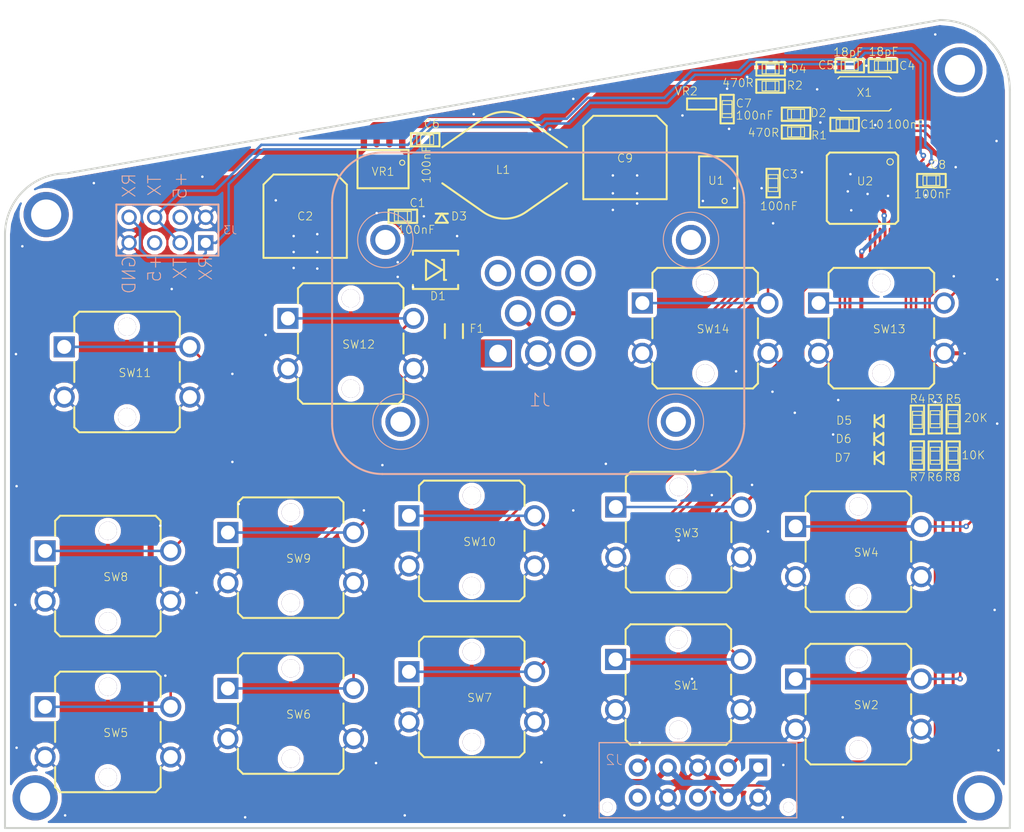
<source format=kicad_pcb>
(kicad_pcb (version 4) (host pcbnew "(2016-07-28 BZR 6996, Git e15ad93)-product")
  (title_block (title "Usewood Left Keypad") (date 2016-07-17) (company "Usevolt Oy"))
  (layers (0 F.Cu signal) (31 B.Cu signal) (34 B.Paste user hide) (35 F.Paste user hide) (36 B.SilkS user) (37 F.SilkS user) (38 B.Mask user hide) (39 F.Mask user hide) (44 Edge.Cuts user))
  (net 0 "")
  (net 1 GND)
  (net 2 +5V)
  (net 3 +3V3)
  (net 4 "Net-(D5-PadP$1)")
  (net 5 "Net-(D6-PadP$1)")
  (net 6 "Net-(D7-PadP$1)")
  (net 7 "Net-(F1-PadP$1)")
  (net 8 /TXD)
  (net 9 /RXD)
  (net 10 "Net-(J2-PadP$2)")
  (net 11 "Net-(J2-PadP$5)")
  (net 12 "Net-(J2-PadP$8)")
  (net 13 "Net-(D2-Pad2)")
  (net 14 "Net-(D4-Pad2)")
  (net 15 /SW9)
  (net 16 /SW10)
  (net 17 /SW12)
  (net 18 /SW13)
  (net 19 /SW14)
  (net 20 /SW1)
  (net 21 /SW2)
  (net 22 /SW3)
  (net 23 /SW4)
  (net 24 /SW5)
  (net 25 /SW6)
  (net 26 /SW7)
  (net 27 /SW8)
  (net 28 "Net-(C1-Pad1)")
  (net 29 "Net-(C6-Pad2)")
  (net 30 "Net-(U1-PadP$1)")
  (net 31 "Net-(U1-PadP$4)")
  (net 32 /SW11)
  (net 33 /CANH)
  (net 34 /CANL)
  (net 35 "Net-(C4-Pad2)")
  (net 36 "Net-(C5-Pad2)")
  (net 37 "Net-(C6-Pad1)")
  (net 38 "Net-(R1-Pad2)")
  (module kemet:0603 (layer F.Cu) (at 85.09 85.09)
    (fp_text reference C1 (at 1.4605 -1.3335) (layer F.SilkS) (effects (font (size 0.8128 0.8128) (thickness 0.0762))))
    (fp_text value 100nF (at 1.3335 1.3335) (layer F.SilkS) (effects (font (size 0.8128 0.8128) (thickness 0.0762))))
    (pad 1 smd rect (at -0.8382 0) (size 0.762 0.9398) (layers F.Cu F.Paste F.Mask) (net 28 "Net-(C1-Pad1)"))
    (pad 2 smd rect (at 0.8382 0) (size 0.762 0.9398) (layers F.Cu F.Paste F.Mask) (net 1 GND))
  )
  (module usevolt:CAP_EEE-FK1H470P (layer F.Cu) (at 75.3745 85.08238 180)
    (fp_text reference C2 (at 0 -0.00762 180) (layer F.SilkS) (effects (font (size 0.8128 0.8128) (thickness 0.0762))))
    (fp_text value CAP_EEE-FK1H470P hide)
    (pad - smd rect (at 0 -3.54838 180) (size 0.99822 3.99796) (layers F.Cu F.Paste F.Mask) (net 1 GND))
    (pad + smd rect (at 0 3.54838 180) (size 0.99822 3.99796) (layers F.Cu F.Paste F.Mask) (net 28 "Net-(C1-Pad1)"))
  )
  (module kemet:0603 (layer F.Cu) (at 121.92 81.788 270)
    (fp_text reference C3 (at -0.889 -1.651) (layer F.SilkS) (effects (font (size 0.8128 0.8128) (thickness 0.0762))))
    (fp_text value 100nF (at 2.286 -0.5715) (layer F.SilkS) (effects (font (size 0.8128 0.8128) (thickness 0.0762))))
    (pad 1 smd rect (at -0.8382 0 270) (size 0.762 0.9398) (layers F.Cu F.Paste F.Mask) (net 2 +5V))
    (pad 2 smd rect (at 0.8382 0 270) (size 0.762 0.9398) (layers F.Cu F.Paste F.Mask) (net 1 GND))
  )
  (module kemet:0603 (layer F.Cu) (at 132.842 70.104)
    (fp_text reference C4 (at 2.413 0) (layer F.SilkS) (effects (font (size 0.8128 0.8128) (thickness 0.0762))))
    (fp_text value 18pF (at 0.0635 -1.397) (layer F.SilkS) (effects (font (size 0.8128 0.8128) (thickness 0.0762))))
    (pad 1 smd rect (at -0.8382 0) (size 0.762 0.9398) (layers F.Cu F.Paste F.Mask) (net 1 GND))
    (pad 2 smd rect (at 0.8382 0) (size 0.762 0.9398) (layers F.Cu F.Paste F.Mask) (net 35 "Net-(C4-Pad2)"))
  )
  (module kemet:0603 (layer F.Cu) (at 129.54 70.104 180)
    (fp_text reference C5 (at 2.3495 0.0635 180) (layer F.SilkS) (effects (font (size 0.8128 0.8128) (thickness 0.0762))))
    (fp_text value 18pF (at 0.1524 1.3462 180) (layer F.SilkS) (effects (font (size 0.8128 0.8128) (thickness 0.0762))))
    (pad 1 smd rect (at -0.8382 0 180) (size 0.762 0.9398) (layers F.Cu F.Paste F.Mask) (net 1 GND))
    (pad 2 smd rect (at 0.8382 0 180) (size 0.762 0.9398) (layers F.Cu F.Paste F.Mask) (net 36 "Net-(C5-Pad2)"))
  )
  (module kemet:0603 (layer F.Cu) (at 87.3125 77.47)
    (fp_text reference C6 (at 0.6604 -1.5748) (layer F.SilkS) (effects (font (size 0.8128 0.8128) (thickness 0.0762))))
    (fp_text value 100nF (at 0.127 2.4765 90) (layer F.SilkS) (effects (font (size 0.8128 0.8128) (thickness 0.0762))))
    (pad 1 smd rect (at -0.8382 0) (size 0.762 0.9398) (layers F.Cu F.Paste F.Mask) (net 37 "Net-(C6-Pad1)"))
    (pad 2 smd rect (at 0.8382 0) (size 0.762 0.9398) (layers F.Cu F.Paste F.Mask) (net 29 "Net-(C6-Pad2)"))
  )
  (module kemet:0603 (layer F.Cu) (at 117.348 74.422 90)
    (fp_text reference C7 (at 0.5715 1.651 180) (layer F.SilkS) (effects (font (size 0.8128 0.8128) (thickness 0.0762))))
    (fp_text value 100nF (at -0.635 2.7305 180) (layer F.SilkS) (effects (font (size 0.8128 0.8128) (thickness 0.0762))))
    (pad 1 smd rect (at -0.8382 0 90) (size 0.762 0.9398) (layers F.Cu F.Paste F.Mask) (net 3 +3V3))
    (pad 2 smd rect (at 0.8382 0 90) (size 0.762 0.9398) (layers F.Cu F.Paste F.Mask) (net 1 GND))
  )
  (module kemet:0603 (layer F.Cu) (at 137.668 81.534)
    (fp_text reference C8 (at 0.6604 -1.5748) (layer F.SilkS) (effects (font (size 0.8128 0.8128) (thickness 0.0762))))
    (fp_text value 100nF (at 0.1524 1.3462) (layer F.SilkS) (effects (font (size 0.8128 0.8128) (thickness 0.0762))))
    (pad 1 smd rect (at -0.8382 0) (size 0.762 0.9398) (layers F.Cu F.Paste F.Mask) (net 3 +3V3))
    (pad 2 smd rect (at 0.8382 0) (size 0.762 0.9398) (layers F.Cu F.Paste F.Mask) (net 1 GND))
  )
  (module usevolt:CAP_EEE-FK1H470P (layer F.Cu) (at 107.188 79.24038 180)
    (fp_text reference C9 (at 0 -0.07112 180) (layer F.SilkS) (effects (font (size 0.8128 0.8128) (thickness 0.0762))))
    (fp_text value CAP_EEE-FK1H470P hide)
    (pad - smd rect (at 0 -3.54838 180) (size 0.99822 3.99796) (layers F.Cu F.Paste F.Mask) (net 1 GND))
    (pad + smd rect (at 0 3.54838 180) (size 0.99822 3.99796) (layers F.Cu F.Paste F.Mask) (net 2 +5V))
  )
  (module kemet:0603 (layer F.Cu) (at 129.032 75.946)
    (fp_text reference C10 (at 2.7305 0) (layer F.SilkS) (effects (font (size 0.8128 0.8128) (thickness 0.0762))))
    (fp_text value 100nF (at 6.0325 0) (layer F.SilkS) (effects (font (size 0.8128 0.8128) (thickness 0.0762))))
    (pad 1 smd rect (at -0.8382 0) (size 0.762 0.9398) (layers F.Cu F.Paste F.Mask) (net 1 GND))
    (pad 2 smd rect (at 0.8382 0) (size 0.762 0.9398) (layers F.Cu F.Paste F.Mask) (net 3 +3V3))
  )
  (module usevolt:DO-214AA (layer F.Cu) (at 88.392 90.424)
    (fp_text reference D1 (at 0.1905 2.6035) (layer F.SilkS) (effects (font (size 0.8128 0.8128) (thickness 0.0762))))
    (fp_text value DIODE_TVS_SMBJ33A-TRDO-214AA hide)
    (pad P$1 smd rect (at -2.2987 0) (size 1.61798 2.17932) (layers F.Cu F.Paste F.Mask) (net 1 GND))
    (pad P$2 smd rect (at 2.2987 0) (size 1.61798 2.17932) (layers F.Cu F.Paste F.Mask) (net 28 "Net-(C1-Pad1)"))
  )
  (module wurth_LEDS:0603 (layer F.Cu) (at 124.206 74.93 180)
    (fp_text reference D2 (at -2.2225 0.127 180) (layer F.SilkS) (effects (font (size 0.8128 0.8128) (thickness 0.0762))))
    (fp_text value WL-SMCW-150060BS75000-B hide)
    (pad 1 smd rect (at -0.8382 0 180) (size 0.762 0.9398) (layers F.Cu F.Paste F.Mask) (net 1 GND))
    (pad 2 smd rect (at 0.8382 0 180) (size 0.762 0.9398) (layers F.Cu F.Paste F.Mask) (net 13 "Net-(D2-Pad2)"))
  )
  (module usevolt:DO219AB (layer F.Cu) (at 88.9635 85.2805 90)
    (fp_text reference D3 (at 0.1905 1.7145 180) (layer F.SilkS) (effects (font (size 0.8128 0.8128) (thickness 0.0762))))
    (fp_text value DIODE_LM2671 hide)
    (pad P$1 smd rect (at -1.7653 0 90) (size 1.29794 1.39954) (layers F.Cu F.Paste F.Mask) (net 1 GND))
    (pad P$2 smd rect (at 1.7653 0 90) (size 1.29794 1.39954) (layers F.Cu F.Paste F.Mask) (net 29 "Net-(C6-Pad2)"))
  )
  (module wurth_LEDS:0603 (layer F.Cu) (at 121.673435 70.42634 180)
    (fp_text reference D4 (at -2.786565 0.00484 180) (layer F.SilkS) (effects (font (size 0.8128 0.8128) (thickness 0.0762))))
    (fp_text value WL-SMCW-150060BS75000-B hide)
    (pad 1 smd rect (at -0.8382 0 180) (size 0.762 0.9398) (layers F.Cu F.Paste F.Mask) (net 1 GND))
    (pad 2 smd rect (at 0.8382 0 180) (size 0.762 0.9398) (layers F.Cu F.Paste F.Mask) (net 14 "Net-(D4-Pad2)"))
  )
  (module usevolt:DO219AB (layer F.Cu) (at 132.461 105.4735 180)
    (fp_text reference D5 (at 3.4798 0.0635 180) (layer F.SilkS) (effects (font (size 0.8128 0.8128) (thickness 0.0762))))
    (fp_text value DIODE_LM2671 hide)
    (pad P$1 smd rect (at -1.7653 0 180) (size 1.29794 1.39954) (layers F.Cu F.Paste F.Mask) (net 4 "Net-(D5-PadP$1)"))
    (pad P$2 smd rect (at 1.7653 0 180) (size 1.29794 1.39954) (layers F.Cu F.Paste F.Mask) (net 3 +3V3))
  )
  (module usevolt:DO219AB (layer F.Cu) (at 132.433165 107.2515 180)
    (fp_text reference D6 (at 3.502765 0.0127 180) (layer F.SilkS) (effects (font (size 0.8128 0.8128) (thickness 0.0762))))
    (fp_text value DIODE_LM2671 hide)
    (pad P$1 smd rect (at -1.7653 0 180) (size 1.29794 1.39954) (layers F.Cu F.Paste F.Mask) (net 5 "Net-(D6-PadP$1)"))
    (pad P$2 smd rect (at 1.7653 0 180) (size 1.29794 1.39954) (layers F.Cu F.Paste F.Mask) (net 3 +3V3))
  )
  (module usevolt:DO219AB (layer F.Cu) (at 132.461 109.1565 180)
    (fp_text reference D7 (at 3.6322 0.0381 180) (layer F.SilkS) (effects (font (size 0.8128 0.8128) (thickness 0.0762))))
    (fp_text value DIODE_LM2671 hide)
    (pad P$1 smd rect (at -1.7653 0 180) (size 1.29794 1.39954) (layers F.Cu F.Paste F.Mask) (net 6 "Net-(D7-PadP$1)"))
    (pad P$2 smd rect (at 1.7653 0 180) (size 1.29794 1.39954) (layers F.Cu F.Paste F.Mask) (net 3 +3V3))
  )
  (module usevolt:FUSE_MC36211 (layer F.Cu) (at 90.17 96.52 90)
    (fp_text reference F1 (at 0.254 2.286 180) (layer F.SilkS) (effects (font (size 0.8128 0.8128) (thickness 0.0762))))
    (fp_text value FUSE_MC36211_350MA hide)
    (pad P$1 smd rect (at -1.4986 0 180) (size 1.89992 0.99822) (layers F.Cu F.Paste F.Mask) (net 7 "Net-(F1-PadP$1)"))
    (pad P$2 smd rect (at 1.4986 0 180) (size 1.89992 0.99822) (layers F.Cu F.Paste F.Mask) (net 28 "Net-(C1-Pad1)"))
  )
  (module usevolt:AMPSEAL_8_POS_776275-1 (layer B.Cu) (at 98.552 94.742)
    (fp_text reference J1 (at 0.17272 8.63346) (layer B.SilkS) (effects (font (size 1.27 1.27) (thickness 0.1016)) (justify mirror)))
    (fp_text value AMPSEAL_8_POS_776275-1 hide)
    (pad P$1 thru_hole rect (at -3.99796 3.99796) (size 2.62382 2.62382) (drill 1.74752) (layers *.Cu *.Mask) (net 7 "Net-(F1-PadP$1)"))
    (pad P$2 thru_hole circle (at 0 3.99796) (size 2.62382 2.62382) (drill 1.74752) (layers *.Cu *.Mask) (net 1 GND))
    (pad P$3 thru_hole circle (at 3.99796 3.99796) (size 2.62382 2.62382) (drill 1.74752) (layers *.Cu *.Mask))
    (pad P$4 thru_hole circle (at -1.99898 0) (size 2.62382 2.62382) (drill 1.74752) (layers *.Cu *.Mask) (net 33 /CANH))
    (pad P$5 thru_hole circle (at 1.99898 0) (size 2.62382 2.62382) (drill 1.74752) (layers *.Cu *.Mask) (net 34 /CANL))
    (pad P$6 thru_hole circle (at -3.99796 -3.99796) (size 2.62382 2.62382) (drill 1.74752) (layers *.Cu *.Mask))
    (pad P$7 thru_hole circle (at 0 -3.99796) (size 2.62382 2.62382) (drill 1.74752) (layers *.Cu *.Mask))
    (pad P$8 thru_hole circle (at 3.99796 -3.99796) (size 2.62382 2.62382) (drill 1.74752) (layers *.Cu *.Mask))
    (pad P$9 thru_hole circle (at -13.69822 10.79754) (size 2.99974 2.99974) (drill 1.99898) (layers *.Cu *.Mask))
    (pad P$10 thru_hole circle (at 13.69822 10.79754) (size 2.99974 2.99974) (drill 1.99898) (layers *.Cu *.Mask))
    (pad P$11 thru_hole circle (at 15.19936 -7.29996) (size 2.99974 2.99974) (drill 1.99898) (layers *.Cu *.Mask))
    (pad P$12 thru_hole circle (at -15.19936 -7.29996) (size 2.99974 2.99974) (drill 1.99898) (layers *.Cu *.Mask))
  )
  (module usevolt:MOLEX_MICRO-FIT_10WAY_V (layer B.Cu) (at 114.44478 141.45006)
    (fp_text reference J2 (at -8.33628 -2.25806) (layer B.SilkS) (effects (font (size 1.016 1.016) (thickness 0.0762)) (justify mirror)))
    (fp_text value MOLEX_MICRO-FIT_10WAY_SMD hide)
    (pad P$1 thru_hole rect (at 5.9944 -1.4986) (size 1.778 1.778) (drill 1.01854) (layers *.Cu *.Mask) (net 2 +5V))
    (pad P$2 thru_hole circle (at 2.9972 -1.4986) (size 1.778 1.778) (drill 1.01854) (layers *.Cu *.Mask) (net 10 "Net-(J2-PadP$2)"))
    (pad P$3 thru_hole circle (at 0 -1.4986) (size 1.778 1.778) (drill 1.01854) (layers *.Cu *.Mask) (net 1 GND))
    (pad P$4 thru_hole circle (at -2.9972 -1.4986) (size 1.778 1.778) (drill 1.01854) (layers *.Cu *.Mask) (net 2 +5V))
    (pad P$5 thru_hole circle (at -5.9944 -1.4986) (size 1.778 1.778) (drill 1.01854) (layers *.Cu *.Mask) (net 11 "Net-(J2-PadP$5)"))
    (pad P$6 thru_hole circle (at 5.9944 1.4986) (size 1.778 1.778) (drill 1.01854) (layers *.Cu *.Mask) (net 1 GND))
    (pad P$7 thru_hole circle (at 2.9972 1.4986) (size 1.778 1.778) (drill 1.01854) (layers *.Cu *.Mask) (net 2 +5V))
    (pad P$8 thru_hole circle (at 0 1.4986) (size 1.778 1.778) (drill 1.01854) (layers *.Cu *.Mask) (net 12 "Net-(J2-PadP$8)"))
    (pad P$9 thru_hole circle (at -2.9972 1.4986) (size 1.778 1.778) (drill 1.01854) (layers *.Cu *.Mask) (net 1 GND))
    (pad P$10 thru_hole circle (at -5.9944 1.4986) (size 1.778 1.778) (drill 1.01854) (layers *.Cu *.Mask))
    (pad P$11 thru_hole circle (at 8.99922 2.44094) (size 1.01854 1.01854) (drill 1.01854) (layers *.Cu *.Mask))
    (pad P$12 thru_hole circle (at -8.99922 2.44094) (size 1.01854 1.01854) (drill 1.01854) (layers *.Cu *.Mask))
  )
  (module usevolt:INDUCTOR_BOURNS_10X13X5MM (layer F.Cu) (at 95.06458 80.01)
    (fp_text reference L1 (at -0.00508 0.4445) (layer F.SilkS) (effects (font (size 0.8128 0.8128) (thickness 0.0762))))
    (fp_text value INDUCTOR_SDR1005-101KL hide)
    (pad P$1 smd rect (at -5.14858 0) (size 2.99974 2.79908) (layers F.Cu F.Paste F.Mask) (net 29 "Net-(C6-Pad2)"))
    (pad P$2 smd rect (at 5.14858 0) (size 2.99974 2.79908) (layers F.Cu F.Paste F.Mask) (net 2 +5V))
  )
  (module multicomp:0603 (layer F.Cu) (at 124.206 76.708)
    (fp_text reference R1 (at 2.286 0.3175) (layer F.SilkS) (effects (font (size 0.8128 0.8128) (thickness 0.0762))))
    (fp_text value 470R (at -3.2385 0.0635) (layer F.SilkS) (effects (font (size 0.8128 0.8128) (thickness 0.0762))))
    (pad 1 smd rect (at -0.8382 0) (size 0.762 0.9398) (layers F.Cu F.Paste F.Mask) (net 13 "Net-(D2-Pad2)"))
    (pad 2 smd rect (at 0.8382 0) (size 0.762 0.9398) (layers F.Cu F.Paste F.Mask) (net 38 "Net-(R1-Pad2)"))
  )
  (module multicomp:0603 (layer F.Cu) (at 121.666 72.136)
    (fp_text reference R2 (at 2.413 -0.0635) (layer F.SilkS) (effects (font (size 0.8128 0.8128) (thickness 0.0762))))
    (fp_text value 470R (at -3.2385 -0.3175) (layer F.SilkS) (effects (font (size 0.8128 0.8128) (thickness 0.0762))))
    (pad 1 smd rect (at -0.8382 0) (size 0.762 0.9398) (layers F.Cu F.Paste F.Mask) (net 14 "Net-(D4-Pad2)"))
    (pad 2 smd rect (at 0.8382 0) (size 0.762 0.9398) (layers F.Cu F.Paste F.Mask) (net 3 +3V3))
  )
  (module multicomp:0603 (layer F.Cu) (at 138.049 105.283 270)
    (fp_text reference R3 (at -2.0066 0.0254) (layer F.SilkS) (effects (font (size 0.8128 0.8128) (thickness 0.0762))))
    (fp_text value 20K (at -0.127 -4.0386) (layer F.SilkS) (effects (font (size 0.8128 0.8128) (thickness 0.0762))))
    (pad 1 smd rect (at -0.8382 0 270) (size 0.762 0.9398) (layers F.Cu F.Paste F.Mask) (net 1 GND))
    (pad 2 smd rect (at 0.8382 0 270) (size 0.762 0.9398) (layers F.Cu F.Paste F.Mask) (net 4 "Net-(D5-PadP$1)"))
  )
  (module multicomp:0603 (layer F.Cu) (at 136.271 105.3465 270)
    (fp_text reference R4 (at -2.0701 -0.0254) (layer F.SilkS) (effects (font (size 0.8128 0.8128) (thickness 0.0762))))
    (fp_text value 20K hide)
    (pad 1 smd rect (at -0.8382 0 270) (size 0.762 0.9398) (layers F.Cu F.Paste F.Mask) (net 1 GND))
    (pad 2 smd rect (at 0.8382 0 270) (size 0.762 0.9398) (layers F.Cu F.Paste F.Mask) (net 5 "Net-(D6-PadP$1)"))
  )
  (module multicomp:0603 (layer F.Cu) (at 139.827 105.283 270)
    (fp_text reference R5 (at -2.0066 -0.0254) (layer F.SilkS) (effects (font (size 0.8128 0.8128) (thickness 0.0762))))
    (fp_text value 20K hide)
    (pad 1 smd rect (at -0.8382 0 270) (size 0.762 0.9398) (layers F.Cu F.Paste F.Mask) (net 1 GND))
    (pad 2 smd rect (at 0.8382 0 270) (size 0.762 0.9398) (layers F.Cu F.Paste F.Mask) (net 6 "Net-(D7-PadP$1)"))
  )
  (module multicomp:0603 (layer F.Cu) (at 138.049 108.9152 90)
    (fp_text reference R6 (at -2.1336 -0.0254 180) (layer F.SilkS) (effects (font (size 0.8128 0.8128) (thickness 0.0762))))
    (fp_text value 10K hide)
    (pad 1 smd rect (at -0.8382 0 90) (size 0.762 0.9398) (layers F.Cu F.Paste F.Mask) (net 10 "Net-(J2-PadP$2)"))
    (pad 2 smd rect (at 0.8382 0 90) (size 0.762 0.9398) (layers F.Cu F.Paste F.Mask) (net 4 "Net-(D5-PadP$1)"))
  )
  (module multicomp:0603 (layer F.Cu) (at 136.271 108.9025 90)
    (fp_text reference R7 (at -2.1463 0.0254 180) (layer F.SilkS) (effects (font (size 0.8128 0.8128) (thickness 0.0762))))
    (fp_text value 10K hide)
    (pad 1 smd rect (at -0.8382 0 90) (size 0.762 0.9398) (layers F.Cu F.Paste F.Mask) (net 11 "Net-(J2-PadP$5)"))
    (pad 2 smd rect (at 0.8382 0 90) (size 0.762 0.9398) (layers F.Cu F.Paste F.Mask) (net 5 "Net-(D6-PadP$1)"))
  )
  (module multicomp:0603 (layer F.Cu) (at 139.827 108.9152 90)
    (fp_text reference R8 (at -2.1336 -0.0762 180) (layer F.SilkS) (effects (font (size 0.8128 0.8128) (thickness 0.0762))))
    (fp_text value 10K (at 0.0508 2.0066 180) (layer F.SilkS) (effects (font (size 0.8128 0.8128) (thickness 0.0762))))
    (pad 1 smd rect (at -0.8382 0 90) (size 0.762 0.9398) (layers F.Cu F.Paste F.Mask) (net 12 "Net-(J2-PadP$8)"))
    (pad 2 smd rect (at 0.8382 0 90) (size 0.762 0.9398) (layers F.Cu F.Paste F.Mask) (net 6 "Net-(D7-PadP$1)"))
  )
  (module usevolt:SWITCH_B3W-4050 (layer F.Cu) (at 112.4966 131.699)
    (fp_text reference SW1 (at 0.77978 0.09144) (layer F.SilkS) (effects (font (size 0.8128 0.8128) (thickness 0.0762))))
    (fp_text value SWITCH_B3W-4050 hide)
    (pad P$1 thru_hole rect (at -6.2484 -2.49936) (size 2.09804 2.09804) (drill 1.39954) (layers *.Cu *.Mask) (net 20 /SW1))
    (pad P$2 thru_hole circle (at 6.2484 -2.49936) (size 2.09804 2.09804) (drill 1.39954) (layers *.Cu *.Mask) (net 20 /SW1))
    (pad P$3 thru_hole circle (at -6.2484 2.49936) (size 2.09804 2.09804) (drill 1.39954) (layers *.Cu *.Mask) (net 1 GND))
    (pad P$4 thru_hole circle (at 6.2484 2.49936) (size 2.09804 2.09804) (drill 1.39954) (layers *.Cu *.Mask) (net 1 GND))
    (pad P$5 thru_hole circle (at 0 -4.49834) (size 1.79832 1.79832) (drill 1.79832) (layers *.Cu *.Mask))
    (pad P$6 thru_hole circle (at 0 4.49834) (size 1.79832 1.79832) (drill 1.79832) (layers *.Cu *.Mask))
  )
  (module usevolt:SWITCH_B3W-4050 (layer F.Cu) (at 130.4036 133.64464)
    (fp_text reference SW2 (at 0.77978 0.09144) (layer F.SilkS) (effects (font (size 0.8128 0.8128) (thickness 0.0762))))
    (fp_text value SWITCH_B3W-4050 hide)
    (pad P$1 thru_hole rect (at -6.2484 -2.49936) (size 2.09804 2.09804) (drill 1.39954) (layers *.Cu *.Mask) (net 21 /SW2))
    (pad P$2 thru_hole circle (at 6.2484 -2.49936) (size 2.09804 2.09804) (drill 1.39954) (layers *.Cu *.Mask) (net 21 /SW2))
    (pad P$3 thru_hole circle (at -6.2484 2.49936) (size 2.09804 2.09804) (drill 1.39954) (layers *.Cu *.Mask) (net 1 GND))
    (pad P$4 thru_hole circle (at 6.2484 2.49936) (size 2.09804 2.09804) (drill 1.39954) (layers *.Cu *.Mask) (net 1 GND))
    (pad P$5 thru_hole circle (at 0 -4.49834) (size 1.79832 1.79832) (drill 1.79832) (layers *.Cu *.Mask))
    (pad P$6 thru_hole circle (at 0 4.49834) (size 1.79832 1.79832) (drill 1.79832) (layers *.Cu *.Mask))
  )
  (module usevolt:SWITCH_B3W-4050 (layer F.Cu) (at 112.522 116.52504)
    (fp_text reference SW3 (at 0.77978 0.09144) (layer F.SilkS) (effects (font (size 0.8128 0.8128) (thickness 0.0762))))
    (fp_text value SWITCH_B3W-4050 hide)
    (pad P$1 thru_hole rect (at -6.2484 -2.49936) (size 2.09804 2.09804) (drill 1.39954) (layers *.Cu *.Mask) (net 22 /SW3))
    (pad P$2 thru_hole circle (at 6.2484 -2.49936) (size 2.09804 2.09804) (drill 1.39954) (layers *.Cu *.Mask) (net 22 /SW3))
    (pad P$3 thru_hole circle (at -6.2484 2.49936) (size 2.09804 2.09804) (drill 1.39954) (layers *.Cu *.Mask) (net 1 GND))
    (pad P$4 thru_hole circle (at 6.2484 2.49936) (size 2.09804 2.09804) (drill 1.39954) (layers *.Cu *.Mask) (net 1 GND))
    (pad P$5 thru_hole circle (at 0 -4.49834) (size 1.79832 1.79832) (drill 1.79832) (layers *.Cu *.Mask))
    (pad P$6 thru_hole circle (at 0 4.49834) (size 1.79832 1.79832) (drill 1.79832) (layers *.Cu *.Mask))
  )
  (module usevolt:SWITCH_B3W-4050 (layer F.Cu) (at 130.4036 118.46306)
    (fp_text reference SW4 (at 0.77978 0.09144) (layer F.SilkS) (effects (font (size 0.8128 0.8128) (thickness 0.0762))))
    (fp_text value SWITCH_B3W-4050 hide)
    (pad P$1 thru_hole rect (at -6.2484 -2.49936) (size 2.09804 2.09804) (drill 1.39954) (layers *.Cu *.Mask) (net 23 /SW4))
    (pad P$2 thru_hole circle (at 6.2484 -2.49936) (size 2.09804 2.09804) (drill 1.39954) (layers *.Cu *.Mask) (net 23 /SW4))
    (pad P$3 thru_hole circle (at -6.2484 2.49936) (size 2.09804 2.09804) (drill 1.39954) (layers *.Cu *.Mask) (net 1 GND))
    (pad P$4 thru_hole circle (at 6.2484 2.49936) (size 2.09804 2.09804) (drill 1.39954) (layers *.Cu *.Mask) (net 1 GND))
    (pad P$5 thru_hole circle (at 0 -4.49834) (size 1.79832 1.79832) (drill 1.79832) (layers *.Cu *.Mask))
    (pad P$6 thru_hole circle (at 0 4.49834) (size 1.79832 1.79832) (drill 1.79832) (layers *.Cu *.Mask))
  )
  (module usevolt:SWITCH_B3W-4050 (layer F.Cu) (at 55.753 136.40816)
    (fp_text reference SW5 (at 0.77978 0.09144) (layer F.SilkS) (effects (font (size 0.8128 0.8128) (thickness 0.0762))))
    (fp_text value SWITCH_B3W-4050 hide)
    (pad P$1 thru_hole rect (at -6.2484 -2.49936) (size 2.09804 2.09804) (drill 1.39954) (layers *.Cu *.Mask) (net 24 /SW5))
    (pad P$2 thru_hole circle (at 6.2484 -2.49936) (size 2.09804 2.09804) (drill 1.39954) (layers *.Cu *.Mask) (net 24 /SW5))
    (pad P$3 thru_hole circle (at -6.2484 2.49936) (size 2.09804 2.09804) (drill 1.39954) (layers *.Cu *.Mask) (net 1 GND))
    (pad P$4 thru_hole circle (at 6.2484 2.49936) (size 2.09804 2.09804) (drill 1.39954) (layers *.Cu *.Mask) (net 1 GND))
    (pad P$5 thru_hole circle (at 0 -4.49834) (size 1.79832 1.79832) (drill 1.79832) (layers *.Cu *.Mask))
    (pad P$6 thru_hole circle (at 0 4.49834) (size 1.79832 1.79832) (drill 1.79832) (layers *.Cu *.Mask))
  )
  (module usevolt:SWITCH_B3W-4050 (layer F.Cu) (at 73.9394 134.57936)
    (fp_text reference SW6 (at 0.77978 0.09144) (layer F.SilkS) (effects (font (size 0.8128 0.8128) (thickness 0.0762))))
    (fp_text value SWITCH_B3W-4050 hide)
    (pad P$1 thru_hole rect (at -6.2484 -2.49936) (size 2.09804 2.09804) (drill 1.39954) (layers *.Cu *.Mask) (net 25 /SW6))
    (pad P$2 thru_hole circle (at 6.2484 -2.49936) (size 2.09804 2.09804) (drill 1.39954) (layers *.Cu *.Mask) (net 25 /SW6))
    (pad P$3 thru_hole circle (at -6.2484 2.49936) (size 2.09804 2.09804) (drill 1.39954) (layers *.Cu *.Mask) (net 1 GND))
    (pad P$4 thru_hole circle (at 6.2484 2.49936) (size 2.09804 2.09804) (drill 1.39954) (layers *.Cu *.Mask) (net 1 GND))
    (pad P$5 thru_hole circle (at 0 -4.49834) (size 1.79832 1.79832) (drill 1.79832) (layers *.Cu *.Mask))
    (pad P$6 thru_hole circle (at 0 4.49834) (size 1.79832 1.79832) (drill 1.79832) (layers *.Cu *.Mask))
  )
  (module usevolt:SWITCH_B3W-4050 (layer F.Cu) (at 91.948 132.92074)
    (fp_text reference SW7 (at 0.77978 0.09144) (layer F.SilkS) (effects (font (size 0.8128 0.8128) (thickness 0.0762))))
    (fp_text value SWITCH_B3W-4050 hide)
    (pad P$1 thru_hole rect (at -6.2484 -2.49936) (size 2.09804 2.09804) (drill 1.39954) (layers *.Cu *.Mask) (net 26 /SW7))
    (pad P$2 thru_hole circle (at 6.2484 -2.49936) (size 2.09804 2.09804) (drill 1.39954) (layers *.Cu *.Mask) (net 26 /SW7))
    (pad P$3 thru_hole circle (at -6.2484 2.49936) (size 2.09804 2.09804) (drill 1.39954) (layers *.Cu *.Mask) (net 1 GND))
    (pad P$4 thru_hole circle (at 6.2484 2.49936) (size 2.09804 2.09804) (drill 1.39954) (layers *.Cu *.Mask) (net 1 GND))
    (pad P$5 thru_hole circle (at 0 -4.49834) (size 1.79832 1.79832) (drill 1.79832) (layers *.Cu *.Mask))
    (pad P$6 thru_hole circle (at 0 4.49834) (size 1.79832 1.79832) (drill 1.79832) (layers *.Cu *.Mask))
  )
  (module usevolt:SWITCH_B3W-4050 (layer F.Cu) (at 55.753 120.89384)
    (fp_text reference SW8 (at 0.77978 0.09144) (layer F.SilkS) (effects (font (size 0.8128 0.8128) (thickness 0.0762))))
    (fp_text value SWITCH_B3W-4050 hide)
    (pad P$1 thru_hole rect (at -6.2484 -2.49936) (size 2.09804 2.09804) (drill 1.39954) (layers *.Cu *.Mask) (net 27 /SW8))
    (pad P$2 thru_hole circle (at 6.2484 -2.49936) (size 2.09804 2.09804) (drill 1.39954) (layers *.Cu *.Mask) (net 27 /SW8))
    (pad P$3 thru_hole circle (at -6.2484 2.49936) (size 2.09804 2.09804) (drill 1.39954) (layers *.Cu *.Mask) (net 1 GND))
    (pad P$4 thru_hole circle (at 6.2484 2.49936) (size 2.09804 2.09804) (drill 1.39954) (layers *.Cu *.Mask) (net 1 GND))
    (pad P$5 thru_hole circle (at 0 -4.49834) (size 1.79832 1.79832) (drill 1.79832) (layers *.Cu *.Mask))
    (pad P$6 thru_hole circle (at 0 4.49834) (size 1.79832 1.79832) (drill 1.79832) (layers *.Cu *.Mask))
  )
  (module usevolt:SWITCH_B3W-4050 (layer F.Cu) (at 73.9394 119.06504)
    (fp_text reference SW9 (at 0.77978 0.09144) (layer F.SilkS) (effects (font (size 0.8128 0.8128) (thickness 0.0762))))
    (fp_text value SWITCH_B3W-4050 hide)
    (pad P$1 thru_hole rect (at -6.2484 -2.49936) (size 2.09804 2.09804) (drill 1.39954) (layers *.Cu *.Mask) (net 15 /SW9))
    (pad P$2 thru_hole circle (at 6.2484 -2.49936) (size 2.09804 2.09804) (drill 1.39954) (layers *.Cu *.Mask) (net 15 /SW9))
    (pad P$3 thru_hole circle (at -6.2484 2.49936) (size 2.09804 2.09804) (drill 1.39954) (layers *.Cu *.Mask) (net 1 GND))
    (pad P$4 thru_hole circle (at 6.2484 2.49936) (size 2.09804 2.09804) (drill 1.39954) (layers *.Cu *.Mask) (net 1 GND))
    (pad P$5 thru_hole circle (at 0 -4.49834) (size 1.79832 1.79832) (drill 1.79832) (layers *.Cu *.Mask))
    (pad P$6 thru_hole circle (at 0 4.49834) (size 1.79832 1.79832) (drill 1.79832) (layers *.Cu *.Mask))
  )
  (module usevolt:SWITCH_B3W-4050 (layer F.Cu) (at 91.948 117.39626)
    (fp_text reference SW10 (at 0.77978 0.09144) (layer F.SilkS) (effects (font (size 0.8128 0.8128) (thickness 0.0762))))
    (fp_text value SWITCH_B3W-4050 hide)
    (pad P$1 thru_hole rect (at -6.2484 -2.49936) (size 2.09804 2.09804) (drill 1.39954) (layers *.Cu *.Mask) (net 16 /SW10))
    (pad P$2 thru_hole circle (at 6.2484 -2.49936) (size 2.09804 2.09804) (drill 1.39954) (layers *.Cu *.Mask) (net 16 /SW10))
    (pad P$3 thru_hole circle (at -6.2484 2.49936) (size 2.09804 2.09804) (drill 1.39954) (layers *.Cu *.Mask) (net 1 GND))
    (pad P$4 thru_hole circle (at 6.2484 2.49936) (size 2.09804 2.09804) (drill 1.39954) (layers *.Cu *.Mask) (net 1 GND))
    (pad P$5 thru_hole circle (at 0 -4.49834) (size 1.79832 1.79832) (drill 1.79832) (layers *.Cu *.Mask))
    (pad P$6 thru_hole circle (at 0 4.49834) (size 1.79832 1.79832) (drill 1.79832) (layers *.Cu *.Mask))
  )
  (module usevolt:SWITCH_B3W-4050 (layer F.Cu) (at 57.658 100.584)
    (fp_text reference SW11 (at 0.77978 0.09144) (layer F.SilkS) (effects (font (size 0.8128 0.8128) (thickness 0.0762))))
    (fp_text value SWITCH_B3W-4050 hide)
    (pad P$1 thru_hole rect (at -6.2484 -2.49936) (size 2.09804 2.09804) (drill 1.39954) (layers *.Cu *.Mask) (net 32 /SW11))
    (pad P$2 thru_hole circle (at 6.2484 -2.49936) (size 2.09804 2.09804) (drill 1.39954) (layers *.Cu *.Mask) (net 32 /SW11))
    (pad P$3 thru_hole circle (at -6.2484 2.49936) (size 2.09804 2.09804) (drill 1.39954) (layers *.Cu *.Mask) (net 1 GND))
    (pad P$4 thru_hole circle (at 6.2484 2.49936) (size 2.09804 2.09804) (drill 1.39954) (layers *.Cu *.Mask) (net 1 GND))
    (pad P$5 thru_hole circle (at 0 -4.49834) (size 1.79832 1.79832) (drill 1.79832) (layers *.Cu *.Mask))
    (pad P$6 thru_hole circle (at 0 4.49834) (size 1.79832 1.79832) (drill 1.79832) (layers *.Cu *.Mask))
  )
  (module usevolt:SWITCH_B3W-4050 (layer F.Cu) (at 79.9084 97.74936)
    (fp_text reference SW12 (at 0.77978 0.09144) (layer F.SilkS) (effects (font (size 0.8128 0.8128) (thickness 0.0762))))
    (fp_text value SWITCH_B3W-4050 hide)
    (pad P$1 thru_hole rect (at -6.2484 -2.49936) (size 2.09804 2.09804) (drill 1.39954) (layers *.Cu *.Mask) (net 17 /SW12))
    (pad P$2 thru_hole circle (at 6.2484 -2.49936) (size 2.09804 2.09804) (drill 1.39954) (layers *.Cu *.Mask) (net 17 /SW12))
    (pad P$3 thru_hole circle (at -6.2484 2.49936) (size 2.09804 2.09804) (drill 1.39954) (layers *.Cu *.Mask) (net 1 GND))
    (pad P$4 thru_hole circle (at 6.2484 2.49936) (size 2.09804 2.09804) (drill 1.39954) (layers *.Cu *.Mask) (net 1 GND))
    (pad P$5 thru_hole circle (at 0 -4.49834) (size 1.79832 1.79832) (drill 1.79832) (layers *.Cu *.Mask))
    (pad P$6 thru_hole circle (at 0 4.49834) (size 1.79832 1.79832) (drill 1.79832) (layers *.Cu *.Mask))
  )
  (module usevolt:SWITCH_B3W-4050 (layer F.Cu) (at 132.6896 96.22536)
    (fp_text reference SW13 (at 0.77978 0.09144) (layer F.SilkS) (effects (font (size 0.8128 0.8128) (thickness 0.0762))))
    (fp_text value SWITCH_B3W-4050 hide)
    (pad P$1 thru_hole rect (at -6.2484 -2.49936) (size 2.09804 2.09804) (drill 1.39954) (layers *.Cu *.Mask) (net 18 /SW13))
    (pad P$2 thru_hole circle (at 6.2484 -2.49936) (size 2.09804 2.09804) (drill 1.39954) (layers *.Cu *.Mask) (net 18 /SW13))
    (pad P$3 thru_hole circle (at -6.2484 2.49936) (size 2.09804 2.09804) (drill 1.39954) (layers *.Cu *.Mask) (net 1 GND))
    (pad P$4 thru_hole circle (at 6.2484 2.49936) (size 2.09804 2.09804) (drill 1.39954) (layers *.Cu *.Mask) (net 1 GND))
    (pad P$5 thru_hole circle (at 0 -4.49834) (size 1.79832 1.79832) (drill 1.79832) (layers *.Cu *.Mask))
    (pad P$6 thru_hole circle (at 0 4.49834) (size 1.79832 1.79832) (drill 1.79832) (layers *.Cu *.Mask))
  )
  (module usevolt:SWITCH_B3W-4050 (layer F.Cu) (at 115.1636 96.22536)
    (fp_text reference SW14 (at 0.77978 0.09144) (layer F.SilkS) (effects (font (size 0.8128 0.8128) (thickness 0.0762))))
    (fp_text value SWITCH_B3W-4050 hide)
    (pad P$1 thru_hole rect (at -6.2484 -2.49936) (size 2.09804 2.09804) (drill 1.39954) (layers *.Cu *.Mask) (net 19 /SW14))
    (pad P$2 thru_hole circle (at 6.2484 -2.49936) (size 2.09804 2.09804) (drill 1.39954) (layers *.Cu *.Mask) (net 19 /SW14))
    (pad P$3 thru_hole circle (at -6.2484 2.49936) (size 2.09804 2.09804) (drill 1.39954) (layers *.Cu *.Mask) (net 1 GND))
    (pad P$4 thru_hole circle (at 6.2484 2.49936) (size 2.09804 2.09804) (drill 1.39954) (layers *.Cu *.Mask) (net 1 GND))
    (pad P$5 thru_hole circle (at 0 -4.49834) (size 1.79832 1.79832) (drill 1.79832) (layers *.Cu *.Mask))
    (pad P$6 thru_hole circle (at 0 4.49834) (size 1.79832 1.79832) (drill 1.79832) (layers *.Cu *.Mask))
  )
  (module usevolt:SOIC8 (layer F.Cu) (at 116.459 81.661 180)
    (fp_text reference U1 (at 0.1905 0.127 180) (layer F.SilkS) (effects (font (size 0.8128 0.8128) (thickness 0.0762))))
    (fp_text value MCP2551_SOIC8 hide)
    (pad P$1 smd rect (at -2.921 -1.905 90) (size 0.635 1.524) (layers F.Cu F.Paste F.Mask) (net 30 "Net-(U1-PadP$1)"))
    (pad P$2 smd oval (at -2.921 -0.635 90) (size 0.635 1.524) (layers F.Cu F.Paste F.Mask) (net 1 GND))
    (pad P$3 smd oval (at -2.921 0.635 90) (size 0.635 1.524) (layers F.Cu F.Paste F.Mask) (net 2 +5V))
    (pad P$4 smd oval (at -2.921 1.905 90) (size 0.635 1.524) (layers F.Cu F.Paste F.Mask) (net 31 "Net-(U1-PadP$4)"))
    (pad P$5 smd oval (at 2.921 1.905 90) (size 0.635 1.524) (layers F.Cu F.Paste F.Mask))
    (pad P$6 smd oval (at 2.921 0.635 90) (size 0.635 1.524) (layers F.Cu F.Paste F.Mask) (net 34 /CANL))
    (pad P$7 smd oval (at 2.921 -0.635 90) (size 0.635 1.524) (layers F.Cu F.Paste F.Mask) (net 33 /CANH))
    (pad P$8 smd oval (at 2.921 -1.905 90) (size 0.635 1.524) (layers F.Cu F.Paste F.Mask) (net 1 GND))
  )
  (module usevolt:QFP48 (layer F.Cu) (at 130.81 82.296 180)
    (fp_text reference U2 (at -0.254 0.6985) (layer F.SilkS) (effects (font (size 0.8128 0.8128) (thickness 0.0762))))
    (fp_text value LPC11C14_QFP48 hide)
    (pad P$1 smd rect (at -2.74828 4.5466 270) (size 1.2446 0.2794) (layers F.Cu F.Paste F.Mask) (net 23 /SW4))
    (pad P$2 smd oval (at -2.2479 4.5466 270) (size 1.2446 0.2794) (layers F.Cu F.Paste F.Mask) (net 18 /SW13))
    (pad P$3 smd oval (at -1.74752 4.5466 270) (size 1.2446 0.2794) (layers F.Cu F.Paste F.Mask))
    (pad P$4 smd oval (at -1.24968 4.5466 270) (size 1.2446 0.2794) (layers F.Cu F.Paste F.Mask))
    (pad P$5 smd oval (at -0.7493 4.5466 270) (size 1.2446 0.2794) (layers F.Cu F.Paste F.Mask) (net 1 GND))
    (pad P$6 smd oval (at -0.24892 4.5466 270) (size 1.2446 0.2794) (layers F.Cu F.Paste F.Mask) (net 35 "Net-(C4-Pad2)"))
    (pad P$7 smd oval (at 0.24892 4.5466 270) (size 1.2446 0.2794) (layers F.Cu F.Paste F.Mask) (net 36 "Net-(C5-Pad2)"))
    (pad P$8 smd oval (at 0.7493 4.5466 270) (size 1.2446 0.2794) (layers F.Cu F.Paste F.Mask) (net 3 +3V3))
    (pad P$9 smd oval (at 1.24968 4.5466 270) (size 1.2446 0.2794) (layers F.Cu F.Paste F.Mask) (net 25 /SW6))
    (pad P$10 smd oval (at 1.74752 4.5466 270) (size 1.2446 0.2794) (layers F.Cu F.Paste F.Mask))
    (pad P$11 smd oval (at 2.2479 4.5466 270) (size 1.2446 0.2794) (layers F.Cu F.Paste F.Mask) (net 15 /SW9))
    (pad P$12 smd oval (at 2.74828 4.5466 270) (size 1.2446 0.2794) (layers F.Cu F.Paste F.Mask) (net 19 /SW14))
    (pad P$13 smd oval (at 4.5466 2.74828) (size 1.2446 0.2794) (layers F.Cu F.Paste F.Mask) (net 38 "Net-(R1-Pad2)"))
    (pad P$14 smd oval (at 4.5466 2.2479) (size 1.2446 0.2794) (layers F.Cu F.Paste F.Mask))
    (pad P$15 smd oval (at 4.5466 1.74752) (size 1.2446 0.2794) (layers F.Cu F.Paste F.Mask))
    (pad P$16 smd oval (at 4.5466 1.24968) (size 1.2446 0.2794) (layers F.Cu F.Paste F.Mask))
    (pad P$17 smd oval (at 4.5466 0.7493) (size 1.2446 0.2794) (layers F.Cu F.Paste F.Mask))
    (pad P$18 smd oval (at 4.5466 0.24892) (size 1.2446 0.2794) (layers F.Cu F.Paste F.Mask))
    (pad P$19 smd oval (at 4.5466 -0.24892) (size 1.2446 0.2794) (layers F.Cu F.Paste F.Mask) (net 31 "Net-(U1-PadP$4)"))
    (pad P$20 smd oval (at 4.5466 -0.7493) (size 1.2446 0.2794) (layers F.Cu F.Paste F.Mask) (net 30 "Net-(U1-PadP$1)"))
    (pad P$21 smd oval (at 4.5466 -1.24968) (size 1.2446 0.2794) (layers F.Cu F.Paste F.Mask) (net 17 /SW12))
    (pad P$22 smd oval (at 4.5466 -1.74752) (size 1.2446 0.2794) (layers F.Cu F.Paste F.Mask) (net 32 /SW11))
    (pad P$23 smd oval (at 4.5466 -2.2479) (size 1.2446 0.2794) (layers F.Cu F.Paste F.Mask) (net 27 /SW8))
    (pad P$24 smd oval (at 4.5466 -2.74828) (size 1.2446 0.2794) (layers F.Cu F.Paste F.Mask) (net 24 /SW5))
    (pad P$25 smd oval (at 2.74828 -4.5466 90) (size 1.2446 0.2794) (layers F.Cu F.Paste F.Mask) (net 16 /SW10))
    (pad P$26 smd oval (at 2.2479 -4.5466 90) (size 1.2446 0.2794) (layers F.Cu F.Paste F.Mask) (net 26 /SW7))
    (pad P$27 smd oval (at 1.74752 -4.5466 90) (size 1.2446 0.2794) (layers F.Cu F.Paste F.Mask) (net 20 /SW1))
    (pad P$28 smd oval (at 1.24968 -4.5466 90) (size 1.2446 0.2794) (layers F.Cu F.Paste F.Mask) (net 22 /SW3))
    (pad P$29 smd oval (at 0.7493 -4.5466 90) (size 1.2446 0.2794) (layers F.Cu F.Paste F.Mask))
    (pad P$30 smd oval (at 0.24892 -4.5466 90) (size 1.2446 0.2794) (layers F.Cu F.Paste F.Mask))
    (pad P$31 smd oval (at -0.24892 -4.5466 90) (size 1.2446 0.2794) (layers F.Cu F.Paste F.Mask))
    (pad P$32 smd oval (at -0.7493 -4.5466 90) (size 1.2446 0.2794) (layers F.Cu F.Paste F.Mask) (net 5 "Net-(D6-PadP$1)"))
    (pad P$33 smd oval (at -1.24968 -4.5466 90) (size 1.2446 0.2794) (layers F.Cu F.Paste F.Mask) (net 4 "Net-(D5-PadP$1)"))
    (pad P$34 smd oval (at -1.74752 -4.5466 90) (size 1.2446 0.2794) (layers F.Cu F.Paste F.Mask) (net 6 "Net-(D7-PadP$1)"))
    (pad P$35 smd oval (at -2.2479 -4.5466 90) (size 1.2446 0.2794) (layers F.Cu F.Paste F.Mask))
    (pad P$36 smd oval (at -2.74828 -4.5466 90) (size 1.2446 0.2794) (layers F.Cu F.Paste F.Mask))
    (pad P$37 smd oval (at -4.5466 -2.74828 180) (size 1.2446 0.2794) (layers F.Cu F.Paste F.Mask) (net 21 /SW2))
    (pad P$38 smd oval (at -4.5466 -2.2479 180) (size 1.2446 0.2794) (layers F.Cu F.Paste F.Mask))
    (pad P$39 smd oval (at -4.5466 -1.74752 180) (size 1.2446 0.2794) (layers F.Cu F.Paste F.Mask))
    (pad P$40 smd oval (at -4.5466 -1.24968 180) (size 1.2446 0.2794) (layers F.Cu F.Paste F.Mask))
    (pad P$41 smd oval (at -4.5466 -0.7493 180) (size 1.2446 0.2794) (layers F.Cu F.Paste F.Mask) (net 1 GND))
    (pad P$42 smd oval (at -4.5466 -0.24892 180) (size 1.2446 0.2794) (layers F.Cu F.Paste F.Mask))
    (pad P$43 smd oval (at -4.5466 0.24892 180) (size 1.2446 0.2794) (layers F.Cu F.Paste F.Mask))
    (pad P$44 smd oval (at -4.5466 0.7493 180) (size 1.2446 0.2794) (layers F.Cu F.Paste F.Mask) (net 3 +3V3))
    (pad P$45 smd oval (at -4.5466 1.24968 180) (size 1.2446 0.2794) (layers F.Cu F.Paste F.Mask))
    (pad P$46 smd oval (at -4.5466 1.74752 180) (size 1.2446 0.2794) (layers F.Cu F.Paste F.Mask) (net 9 /RXD))
    (pad P$47 smd oval (at -4.5466 2.2479 180) (size 1.2446 0.2794) (layers F.Cu F.Paste F.Mask) (net 8 /TXD))
    (pad P$48 smd oval (at -4.5466 2.74828 180) (size 1.2446 0.2794) (layers F.Cu F.Paste F.Mask))
  )
  (module usevolt:SOIC8 (layer F.Cu) (at 83.1215 80.391 270)
    (fp_text reference VR1 (at 0.254 0) (layer F.SilkS) (effects (font (size 0.8128 0.8128) (thickness 0.0762))))
    (fp_text value LM2671SOIC8 hide)
    (pad P$1 smd rect (at -2.921 -1.905 180) (size 0.635 1.524) (layers F.Cu F.Paste F.Mask) (net 37 "Net-(C6-Pad1)"))
    (pad P$2 smd oval (at -2.921 -0.635 180) (size 0.635 1.524) (layers F.Cu F.Paste F.Mask))
    (pad P$3 smd oval (at -2.921 0.635 180) (size 0.635 1.524) (layers F.Cu F.Paste F.Mask))
    (pad P$4 smd oval (at -2.921 1.905 180) (size 0.635 1.524) (layers F.Cu F.Paste F.Mask) (net 2 +5V))
    (pad P$5 smd oval (at 2.921 1.905 180) (size 0.635 1.524) (layers F.Cu F.Paste F.Mask))
    (pad P$6 smd oval (at 2.921 0.635 180) (size 0.635 1.524) (layers F.Cu F.Paste F.Mask) (net 1 GND))
    (pad P$7 smd oval (at 2.921 -0.635 180) (size 0.635 1.524) (layers F.Cu F.Paste F.Mask) (net 28 "Net-(C1-Pad1)"))
    (pad P$8 smd oval (at 2.921 -1.905 180) (size 0.635 1.524) (layers F.Cu F.Paste F.Mask) (net 29 "Net-(C6-Pad2)"))
  )
  (module usevolt:SOT-23_3-PIN (layer F.Cu) (at 114.808 73.914)
    (fp_text reference VR2 (at -1.524 -1.27) (layer F.SilkS) (effects (font (size 0.8128 0.8128) (thickness 0.0762))))
    (fp_text value REG_MCP1700 hide)
    (pad P$1 smd rect (at -0.94996 1.14808) (size 0.6477 1.04902) (layers F.Cu F.Paste F.Mask) (net 1 GND))
    (pad P$2 smd rect (at 0.94996 1.14808) (size 0.6477 1.04902) (layers F.Cu F.Paste F.Mask) (net 3 +3V3))
    (pad P$3 smd rect (at 0 -1.14808) (size 0.6477 1.04902) (layers F.Cu F.Paste F.Mask) (net 2 +5V))
  )
  (module usevolt:XTAL_7A-20.000MAJ (layer F.Cu) (at 131.064 72.898 180)
    (fp_text reference X1 (at 0.0635 0.127 180) (layer F.SilkS) (effects (font (size 0.8128 0.8128) (thickness 0.0762))))
    (fp_text value XTAL_7A-20.000MAAJ-T hide)
    (pad P$1 smd rect (at -2.54 0 270) (size 2.39776 1.69926) (layers F.Cu F.Paste F.Mask) (net 35 "Net-(C4-Pad2)"))
    (pad P$2 smd rect (at 2.54 0 270) (size 2.39776 1.69926) (layers F.Cu F.Paste F.Mask) (net 36 "Net-(C5-Pad2)"))
  )
  (module usevolt:HEADER_USART_2_TH (layer B.Cu) (at 56.5912 89.0016 90)
    (fp_text reference J3 (at 2.54 11.3284 180) (layer B.SilkS) (effects (font (size 0.8128 0.8128) (thickness 0.0762)) (justify mirror)))
    (fp_text value HEADER_USART_2_TH hide)
    (fp_text user +5 (at 6.985 6.35 90) (layer B.SilkS) (effects (font (size 1.27 1.27) (thickness 0.1016)) (justify mirror)))
    (fp_text user TX (at 6.985 3.81 90) (layer B.SilkS) (effects (font (size 1.27 1.27) (thickness 0.1016)) (justify mirror)))
    (fp_text user RX (at 6.985 1.27 90) (layer B.SilkS) (effects (font (size 1.27 1.27) (thickness 0.1016)) (justify mirror)))
    (fp_text user RX (at -1.27 8.89 90) (layer B.SilkS) (effects (font (size 1.27 1.27) (thickness 0.1016)) (justify mirror)))
    (fp_text user TX (at -1.27 6.35 90) (layer B.SilkS) (effects (font (size 1.27 1.27) (thickness 0.1016)) (justify mirror)))
    (fp_text user +5 (at -1.27 3.81 90) (layer B.SilkS) (effects (font (size 1.27 1.27) (thickness 0.1016)) (justify mirror)))
    (fp_text user GND (at -1.905 1.27 90) (layer B.SilkS) (effects (font (size 1.27 1.27) (thickness 0.1016)) (justify mirror)))
    (pad P$1 thru_hole rect (at 1.27 8.89 90) (size 1.524 1.524) (drill 1.016) (layers *.Cu *.Mask) (net 8 /TXD))
    (pad P$2 thru_hole circle (at 3.81 8.89 90) (size 1.524 1.524) (drill 1.016) (layers *.Cu *.Mask) (net 1 GND))
    (pad P$3 thru_hole circle (at 1.27 6.35 90) (size 1.524 1.524) (drill 1.016) (layers *.Cu *.Mask) (net 9 /RXD))
    (pad P$4 thru_hole circle (at 3.81 6.35 90) (size 1.524 1.524) (drill 1.016) (layers *.Cu *.Mask))
    (pad P$5 thru_hole circle (at 1.27 3.81 90) (size 1.524 1.524) (drill 1.016) (layers *.Cu *.Mask))
    (pad P$6 thru_hole circle (at 3.81 3.81 90) (size 1.524 1.524) (drill 1.016) (layers *.Cu *.Mask) (net 9 /RXD))
    (pad P$7 thru_hole circle (at 1.27 1.27 90) (size 1.524 1.524) (drill 1.016) (layers *.Cu *.Mask) (net 1 GND))
    (pad P$8 thru_hole circle (at 3.81 1.27 90) (size 1.524 1.524) (drill 1.016) (layers *.Cu *.Mask) (net 8 /TXD))
  )
  (module usevolt:MOUNTING_HOLE (layer F.Cu) (at 140.6144 70.3072)
    (fp_text reference REF** hide)
    (fp_text value MOUNTING_HOLE hide)
    (pad 1 thru_hole circle (at -0.11074 0.21234) (size 4.5 4.5) (drill 3) (layers *.Cu *.Mask))
  )
  (module usevolt:MOUNTING_HOLE (layer F.Cu) (at 50.2412 85.344)
    (fp_text reference REF** hide)
    (fp_text value MOUNTING_HOLE hide)
    (pad 1 thru_hole circle (at -0.6284 -0.4252) (size 4.5 4.5) (drill 3) (layers *.Cu *.Mask))
  )
  (module usevolt:MOUNTING_HOLE (layer F.Cu) (at 48.5648 143.0528)
    (fp_text reference REF** hide)
    (fp_text value MOUNTING_HOLE hide)
    (pad 1 thru_hole circle (at -0.048 -0.079) (size 4.5 4.5) (drill 3) (layers *.Cu *.Mask))
  )
  (module usevolt:MOUNTING_HOLE (layer F.Cu) (at 142.494 142.6464)
    (fp_text reference REF** hide)
    (fp_text value MOUNTING_HOLE hide)
    (pad 1 thru_hole circle (at -0.0282 0.3274) (size 4.5 4.5) (drill 3) (layers *.Cu *.Mask))
  )
  (gr_line (start 51.6128 80.8228) (end 138.50366 65.5574) (layer Edge.Cuts) (width 0.2))
  (gr_arc (start 138.50366 72.51954) (end 138.50366 65.5574) (angle 90) (layer Edge.Cuts) (width 0.2))
  (gr_arc (start 51.6128 86.9188) (end 45.5168 86.9188) (angle 90) (layer Edge.Cuts) (width 0.2))
  (gr_line (start 145.4658 145.9738) (end 145.4658 72.51954) (layer Edge.Cuts) (width 0.2))
  (gr_line (start 45.5168 145.9738) (end 45.5168 86.9188) (layer Edge.Cuts) (width 0.2))
  (gr_line (start 145.4658 145.9738) (end 45.5168 145.9738) (layer Edge.Cuts) (width 0.2))
  (segment (start 120.578843 72.4535) (end 119.618948 71.493605) (width 0.25) (layer B.Cu) (net 1))
  (segment (start 126.3015 72.4535) (end 120.578843 72.4535) (width 0.25) (layer B.Cu) (net 1))
  (segment (start 117.5385 73.024055) (end 119.06895 71.493605) (width 0.25) (layer B.Cu) (net 1))
  (segment (start 119.618948 71.493605) (end 119.343949 71.218606) (width 0.25) (layer B.Cu) (net 1))
  (segment (start 119.06895 71.493605) (end 119.343949 71.218606) (width 0.25) (layer B.Cu) (net 1))
  (segment (start 117.5385 76.3905) (end 117.5385 73.024055) (width 0.25) (layer B.Cu) (net 1))
  (via (at 119.343949 71.218606) (size 0.55) (drill 0.25) (layers F.Cu B.Cu) (net 1))
  (segment (start 123.245592 70.544421) (end 123.6345 70.544421) (width 0.4) (layer F.Cu) (net 1))
  (segment (start 122.593916 70.544421) (end 123.245592 70.544421) (width 0.4) (layer F.Cu) (net 1))
  (segment (start 122.470995 70.4215) (end 122.593916 70.544421) (width 0.4) (layer F.Cu) (net 1))
  (via (at 123.6345 70.544421) (size 0.55) (drill 0.25) (layers F.Cu B.Cu) (net 1))
  (segment (start 134.0231 66.9925) (end 132.0038 69.0118) (width 0.25) (layer F.Cu) (net 1))
  (segment (start 132.0038 69.0118) (end 132.0038 70.104) (width 0.25) (layer F.Cu) (net 1))
  (segment (start 138.049 66.9925) (end 134.0231 66.9925) (width 0.25) (layer F.Cu) (net 1))
  (segment (start 105.9815 81.026) (end 105.9815 79.9592) (width 0.25) (layer B.Cu) (net 1))
  (segment (start 99.7204 76.454) (end 103.2256 79.9592) (width 0.25) (layer B.Cu) (net 1))
  (segment (start 103.2256 79.9592) (end 105.9815 79.9592) (width 0.25) (layer B.Cu) (net 1))
  (via (at 99.7204 76.454) (size 0.55) (drill 0.25) (layers F.Cu B.Cu) (net 1))
  (segment (start 102.0445 74.1299) (end 99.7204 76.454) (width 0.25) (layer F.Cu) (net 1))
  (segment (start 102.0445 73.406) (end 102.0445 74.1299) (width 0.25) (layer F.Cu) (net 1))
  (segment (start 102.319499 73.131001) (end 102.0445 73.406) (width 0.25) (layer B.Cu) (net 1))
  (segment (start 72.4535 83.5025) (end 67.5005 83.5025) (width 0.25) (layer F.Cu) (net 1))
  (segment (start 67.5005 83.5025) (end 65.151 81.153) (width 0.25) (layer F.Cu) (net 1))
  (segment (start 64.5795 122.555) (end 64.5795 127.6985) (width 0.25) (layer F.Cu) (net 1))
  (via (at 61.468 130.81) (size 0.55) (drill 0.25) (layers F.Cu B.Cu) (net 1))
  (segment (start 64.5795 127.6985) (end 61.468 130.81) (width 0.25) (layer F.Cu) (net 1))
  (segment (start 62.865 115.8875) (end 64.5795 117.602) (width 0.25) (layer B.Cu) (net 1))
  (segment (start 64.5795 117.602) (end 64.5795 122.555) (width 0.25) (layer B.Cu) (net 1))
  (via (at 64.5795 122.555) (size 0.55) (drill 0.25) (layers F.Cu B.Cu) (net 1))
  (segment (start 60.96 115.8875) (end 62.865 115.8875) (width 0.25) (layer B.Cu) (net 1))
  (segment (start 68.1355 109.5375) (end 67.31 109.5375) (width 0.25) (layer F.Cu) (net 1))
  (segment (start 67.31 109.5375) (end 60.96 115.8875) (width 0.25) (layer F.Cu) (net 1))
  (via (at 60.96 115.8875) (size 0.55) (drill 0.25) (layers F.Cu B.Cu) (net 1))
  (segment (start 68.1355 100.7745) (end 68.1355 109.5375) (width 0.25) (layer B.Cu) (net 1))
  (via (at 68.1355 109.5375) (size 0.55) (drill 0.25) (layers F.Cu B.Cu) (net 1))
  (segment (start 68.948723 100.711) (end 68.199 100.711) (width 0.25) (layer F.Cu) (net 1))
  (via (at 68.1355 100.7745) (size 0.55) (drill 0.25) (layers F.Cu B.Cu) (net 1))
  (segment (start 68.199 100.711) (end 68.1355 100.7745) (width 0.25) (layer F.Cu) (net 1))
  (segment (start 71.4375 96.901) (end 71.4375 98.222223) (width 0.25) (layer F.Cu) (net 1))
  (segment (start 71.4375 98.222223) (end 68.948723 100.711) (width 0.25) (layer F.Cu) (net 1))
  (segment (start 62.103 92.329) (end 66.8655 92.329) (width 0.25) (layer B.Cu) (net 1))
  (segment (start 66.8655 92.329) (end 71.4375 96.901) (width 0.25) (layer B.Cu) (net 1))
  (via (at 71.4375 96.901) (size 0.55) (drill 0.25) (layers F.Cu B.Cu) (net 1))
  (segment (start 72.4535 83.5025) (end 63.627 92.329) (width 0.25) (layer F.Cu) (net 1))
  (segment (start 63.627 92.329) (end 62.103 92.329) (width 0.25) (layer F.Cu) (net 1))
  (via (at 62.103 92.329) (size 0.55) (drill 0.25) (layers F.Cu B.Cu) (net 1))
  (via (at 72.4535 83.5025) (size 0.55) (drill 0.25) (layers F.Cu B.Cu) (net 1))
  (segment (start 137.5156 71.5772) (end 143.5354 77.597) (width 0.2) (layer F.Cu) (net 1))
  (segment (start 143.5354 77.597) (end 144.145 77.597) (width 0.2) (layer F.Cu) (net 1))
  (segment (start 137.5156 69.7992) (end 137.5156 71.5772) (width 0.2) (layer F.Cu) (net 1))
  (segment (start 138.049 69.2658) (end 137.5156 69.7992) (width 0.2) (layer F.Cu) (net 1))
  (segment (start 138.049 66.9925) (end 138.049 69.2658) (width 0.2) (layer F.Cu) (net 1))
  (segment (start 47.244 88.0745) (end 51.9811 88.0745) (width 0.2) (layer F.Cu) (net 1))
  (segment (start 51.9811 88.0745) (end 54.356 85.6996) (width 0.2) (layer F.Cu) (net 1))
  (segment (start 54.356 85.6996) (end 54.356 81.788) (width 0.2) (layer F.Cu) (net 1))
  (segment (start 50.8508 137.16) (end 47.498 137.16) (width 0.2) (layer B.Cu) (net 1))
  (segment (start 47.498 137.16) (end 46.6725 137.9855) (width 0.2) (layer B.Cu) (net 1))
  (segment (start 51.4985 137.8077) (end 50.8508 137.16) (width 0.2) (layer B.Cu) (net 1))
  (segment (start 51.4985 144.7165) (end 51.4985 137.8077) (width 0.2) (layer B.Cu) (net 1))
  (segment (start 134.5438 144.907) (end 141.2113 138.2395) (width 0.2) (layer F.Cu) (net 1))
  (segment (start 141.2113 138.2395) (end 144.3355 138.2395) (width 0.2) (layer F.Cu) (net 1))
  (segment (start 128.8415 144.907) (end 134.5438 144.907) (width 0.2) (layer F.Cu) (net 1))
  (segment (start 54.356 81.788) (end 54.991 81.153) (width 0.25) (layer B.Cu) (net 1))
  (via (at 65.151 81.153) (size 0.55) (drill 0.25) (layers F.Cu B.Cu) (net 1))
  (segment (start 54.991 81.153) (end 65.151 81.153) (width 0.25) (layer B.Cu) (net 1))
  (segment (start 47.244 88.0745) (end 48.0695 88.0745) (width 0.25) (layer F.Cu) (net 1))
  (via (at 54.356 81.788) (size 0.55) (drill 0.25) (layers F.Cu B.Cu) (net 1))
  (segment (start 46.609 98.806) (end 47.244 98.171) (width 0.25) (layer B.Cu) (net 1))
  (segment (start 47.244 98.171) (end 47.244 88.0745) (width 0.25) (layer B.Cu) (net 1))
  (via (at 47.244 88.0745) (size 0.55) (drill 0.25) (layers F.Cu B.Cu) (net 1))
  (segment (start 46.6725 111.9505) (end 46.6725 98.8695) (width 0.25) (layer F.Cu) (net 1))
  (segment (start 46.6725 98.8695) (end 46.609 98.806) (width 0.25) (layer F.Cu) (net 1))
  (via (at 46.609 98.806) (size 0.55) (drill 0.25) (layers F.Cu B.Cu) (net 1))
  (segment (start 46.5455 123.7615) (end 46.5455 112.0775) (width 0.25) (layer B.Cu) (net 1))
  (segment (start 46.5455 112.0775) (end 46.6725 111.9505) (width 0.25) (layer B.Cu) (net 1))
  (via (at 46.6725 111.9505) (size 0.55) (drill 0.25) (layers F.Cu B.Cu) (net 1))
  (segment (start 46.6725 137.9855) (end 46.6725 123.8885) (width 0.25) (layer F.Cu) (net 1))
  (segment (start 46.6725 123.8885) (end 46.5455 123.7615) (width 0.25) (layer F.Cu) (net 1))
  (via (at 46.5455 123.7615) (size 0.55) (drill 0.25) (layers F.Cu B.Cu) (net 1))
  (segment (start 46.6725 139.8905) (end 46.6725 137.9855) (width 0.25) (layer B.Cu) (net 1))
  (via (at 46.6725 137.9855) (size 0.55) (drill 0.25) (layers F.Cu B.Cu) (net 1))
  (segment (start 69.4055 144.907) (end 51.689 144.907) (width 0.25) (layer F.Cu) (net 1))
  (segment (start 51.689 144.907) (end 51.4985 144.7165) (width 0.25) (layer F.Cu) (net 1))
  (via (at 51.4985 144.7165) (size 0.55) (drill 0.25) (layers F.Cu B.Cu) (net 1))
  (segment (start 85.2805 144.7165) (end 69.596 144.7165) (width 0.25) (layer B.Cu) (net 1))
  (segment (start 69.596 144.7165) (end 69.4055 144.907) (width 0.25) (layer B.Cu) (net 1))
  (via (at 69.4055 144.907) (size 0.55) (drill 0.25) (layers F.Cu B.Cu) (net 1))
  (segment (start 101.1555 144.7165) (end 85.2805 144.7165) (width 0.25) (layer F.Cu) (net 1))
  (via (at 85.2805 144.7165) (size 0.55) (drill 0.25) (layers F.Cu B.Cu) (net 1))
  (segment (start 106.1085 142.4305) (end 103.4415 142.4305) (width 0.25) (layer B.Cu) (net 1))
  (segment (start 103.4415 142.4305) (end 101.1555 144.7165) (width 0.25) (layer B.Cu) (net 1))
  (via (at 101.1555 144.7165) (size 0.55) (drill 0.25) (layers F.Cu B.Cu) (net 1))
  (segment (start 106.7435 143.0655) (end 106.1085 142.4305) (width 0.25) (layer B.Cu) (net 1))
  (segment (start 106.7435 143.383) (end 106.7435 143.0655) (width 0.25) (layer B.Cu) (net 1))
  (segment (start 108.077 144.7165) (end 106.7435 143.383) (width 0.25) (layer B.Cu) (net 1))
  (segment (start 120.7135 144.7165) (end 108.077 144.7165) (width 0.25) (layer B.Cu) (net 1))
  (segment (start 122.809 142.621) (end 120.7135 144.7165) (width 0.25) (layer B.Cu) (net 1))
  (segment (start 123.162438 142.621) (end 122.809 142.621) (width 0.25) (layer B.Cu) (net 1))
  (segment (start 124.333 142.367) (end 123.416438 142.367) (width 0.25) (layer B.Cu) (net 1))
  (segment (start 123.416438 142.367) (end 123.162438 142.621) (width 0.25) (layer B.Cu) (net 1))
  (segment (start 124.820799 142.854799) (end 124.333 142.367) (width 0.25) (layer B.Cu) (net 1))
  (segment (start 128.8415 144.907) (end 126.789299 142.854799) (width 0.25) (layer B.Cu) (net 1))
  (segment (start 126.789299 142.854799) (end 124.820799 142.854799) (width 0.25) (layer B.Cu) (net 1))
  (segment (start 129.032 144.7165) (end 128.8415 144.907) (width 0.25) (layer F.Cu) (net 1))
  (via (at 128.8415 144.907) (size 0.55) (drill 0.25) (layers F.Cu B.Cu) (net 1))
  (segment (start 120.4468 143.002) (end 122.936 140.5128) (width 0.25) (layer B.Cu) (net 1))
  (segment (start 122.936 140.5128) (end 122.936 139.7) (width 0.25) (layer B.Cu) (net 1))
  (via (at 122.936 139.7) (size 0.55) (drill 0.25) (layers F.Cu B.Cu) (net 1))
  (segment (start 139.8905 91.059) (end 139.8905 80.391) (width 0.25) (layer F.Cu) (net 1))
  (segment (start 139.8905 80.391) (end 140.081 80.2005) (width 0.25) (layer F.Cu) (net 1))
  (via (at 140.081 80.2005) (size 0.55) (drill 0.25) (layers F.Cu B.Cu) (net 1))
  (segment (start 144.2085 91.3765) (end 140.208 91.3765) (width 0.25) (layer B.Cu) (net 1))
  (segment (start 140.208 91.3765) (end 139.8905 91.059) (width 0.25) (layer B.Cu) (net 1))
  (via (at 139.8905 91.059) (size 0.55) (drill 0.25) (layers F.Cu B.Cu) (net 1))
  (segment (start 128.397 103.378) (end 119.9515 111.8235) (width 0.25) (layer F.Cu) (net 1))
  (segment (start 119.9515 111.8235) (end 119.8245 111.8235) (width 0.25) (layer F.Cu) (net 1))
  (via (at 119.8245 111.8235) (size 0.55) (drill 0.25) (layers F.Cu B.Cu) (net 1))
  (segment (start 127.889 106.807) (end 127.889 103.886) (width 0.25) (layer B.Cu) (net 1))
  (segment (start 127.889 103.886) (end 128.397 103.378) (width 0.25) (layer B.Cu) (net 1))
  (via (at 128.397 103.378) (size 0.55) (drill 0.25) (layers F.Cu B.Cu) (net 1))
  (segment (start 111.307592 116.5225) (end 104.2035 116.5225) (width 0.25) (layer B.Cu) (net 1))
  (segment (start 104.2035 116.5225) (end 102.0445 114.3635) (width 0.25) (layer B.Cu) (net 1))
  (via (at 102.0445 114.3635) (size 0.55) (drill 0.25) (layers F.Cu B.Cu) (net 1))
  (segment (start 112.522 117.348) (end 112.133092 117.348) (width 0.25) (layer B.Cu) (net 1))
  (segment (start 112.133092 117.348) (end 111.307592 116.5225) (width 0.25) (layer B.Cu) (net 1))
  (segment (start 102.0445 73.406) (end 100.5205 74.93) (width 0.25) (layer F.Cu) (net 1))
  (segment (start 100.5205 74.93) (end 92.1385 74.93) (width 0.25) (layer F.Cu) (net 1))
  (via (at 92.1385 74.93) (size 0.55) (drill 0.25) (layers F.Cu B.Cu) (net 1))
  (via (at 102.0445 73.406) (size 0.55) (drill 0.25) (layers F.Cu B.Cu) (net 1))
  (segment (start 83.058 109.855) (end 72.644 109.855) (width 0.25) (layer F.Cu) (net 1))
  (segment (start 72.644 109.855) (end 68.7705 113.7285) (width 0.25) (layer F.Cu) (net 1))
  (via (at 68.7705 113.7285) (size 0.55) (drill 0.25) (layers F.Cu B.Cu) (net 1))
  (segment (start 81.2165 114.3635) (end 83.058 112.522) (width 0.25) (layer B.Cu) (net 1))
  (segment (start 83.058 112.522) (end 83.058 109.855) (width 0.25) (layer B.Cu) (net 1))
  (via (at 83.058 109.855) (size 0.55) (drill 0.25) (layers F.Cu B.Cu) (net 1))
  (segment (start 105.283 109.728) (end 85.852 109.728) (width 0.25) (layer B.Cu) (net 1))
  (segment (start 85.852 109.728) (end 81.2165 114.3635) (width 0.25) (layer B.Cu) (net 1))
  (via (at 81.2165 114.3635) (size 0.55) (drill 0.25) (layers F.Cu B.Cu) (net 1))
  (segment (start 117.962001 103.271999) (end 111.506 109.728) (width 0.25) (layer F.Cu) (net 1))
  (segment (start 111.506 109.728) (end 105.283 109.728) (width 0.25) (layer F.Cu) (net 1))
  (via (at 105.283 109.728) (size 0.55) (drill 0.25) (layers F.Cu B.Cu) (net 1))
  (segment (start 118.237 100.5205) (end 117.962001 100.795499) (width 0.25) (layer F.Cu) (net 1))
  (segment (start 117.962001 100.795499) (end 117.962001 103.271999) (width 0.25) (layer F.Cu) (net 1))
  (segment (start 115.824 112.8395) (end 115.824 114.046) (width 0.25) (layer F.Cu) (net 1))
  (segment (start 115.824 114.046) (end 112.522 117.348) (width 0.25) (layer F.Cu) (net 1))
  (via (at 112.522 117.348) (size 0.55) (drill 0.25) (layers F.Cu B.Cu) (net 1))
  (segment (start 124.079 104.648) (end 115.8875 112.8395) (width 0.25) (layer B.Cu) (net 1))
  (segment (start 115.8875 112.8395) (end 115.824 112.8395) (width 0.25) (layer B.Cu) (net 1))
  (via (at 115.824 112.8395) (size 0.55) (drill 0.25) (layers F.Cu B.Cu) (net 1))
  (segment (start 121.8565 102.5525) (end 114.173 110.236) (width 0.25) (layer F.Cu) (net 1))
  (segment (start 114.173 110.236) (end 114.173 110.4265) (width 0.25) (layer F.Cu) (net 1))
  (via (at 114.173 110.4265) (size 0.55) (drill 0.25) (layers F.Cu B.Cu) (net 1))
  (segment (start 121.8565 102.5525) (end 120.269 102.5525) (width 0.25) (layer B.Cu) (net 1))
  (segment (start 120.269 102.5525) (end 118.237 100.5205) (width 0.25) (layer B.Cu) (net 1))
  (via (at 118.237 100.5205) (size 0.55) (drill 0.25) (layers F.Cu B.Cu) (net 1))
  (segment (start 124.079 104.648) (end 121.9835 102.5525) (width 0.25) (layer B.Cu) (net 1))
  (segment (start 121.9835 102.5525) (end 121.8565 102.5525) (width 0.25) (layer B.Cu) (net 1))
  (via (at 121.8565 102.5525) (size 0.55) (drill 0.25) (layers F.Cu B.Cu) (net 1))
  (segment (start 127.889 106.807) (end 125.73 104.648) (width 0.25) (layer B.Cu) (net 1))
  (via (at 124.079 104.648) (size 0.55) (drill 0.25) (layers F.Cu B.Cu) (net 1))
  (segment (start 125.73 104.648) (end 124.079 104.648) (width 0.25) (layer B.Cu) (net 1))
  (segment (start 121.412 116.459) (end 121.412 113.284) (width 0.25) (layer F.Cu) (net 1))
  (segment (start 121.412 113.284) (end 127.889 106.807) (width 0.25) (layer F.Cu) (net 1))
  (via (at 127.889 106.807) (size 0.55) (drill 0.25) (layers F.Cu B.Cu) (net 1))
  (segment (start 118.7704 119.0244) (end 121.3358 116.459) (width 0.25) (layer B.Cu) (net 1))
  (segment (start 121.3358 116.459) (end 121.412 116.459) (width 0.25) (layer B.Cu) (net 1))
  (via (at 121.412 116.459) (size 0.55) (drill 0.25) (layers F.Cu B.Cu) (net 1))
  (segment (start 108.6485 137.4775) (end 108.6485 136.3345) (width 0.25) (layer F.Cu) (net 1))
  (segment (start 108.6485 136.3345) (end 113.8555 131.1275) (width 0.25) (layer F.Cu) (net 1))
  (via (at 113.8555 131.1275) (size 0.55) (drill 0.25) (layers F.Cu B.Cu) (net 1))
  (segment (start 98.8695 139.446) (end 100.838 137.4775) (width 0.25) (layer B.Cu) (net 1))
  (segment (start 100.838 137.4775) (end 108.6485 137.4775) (width 0.25) (layer B.Cu) (net 1))
  (via (at 108.6485 137.4775) (size 0.55) (drill 0.25) (layers F.Cu B.Cu) (net 1))
  (segment (start 82.423 139.5095) (end 98.806 139.5095) (width 0.25) (layer F.Cu) (net 1))
  (segment (start 98.806 139.5095) (end 98.8695 139.446) (width 0.25) (layer F.Cu) (net 1))
  (via (at 98.8695 139.446) (size 0.55) (drill 0.25) (layers F.Cu B.Cu) (net 1))
  (segment (start 85.6996 135.4201) (end 82.423 138.6967) (width 0.25) (layer B.Cu) (net 1))
  (segment (start 82.423 138.6967) (end 82.423 139.5095) (width 0.25) (layer B.Cu) (net 1))
  (via (at 82.423 139.5095) (size 0.55) (drill 0.25) (layers F.Cu B.Cu) (net 1))
  (segment (start 143.9545 124.2695) (end 144.3355 124.6505) (width 0.25) (layer F.Cu) (net 1))
  (via (at 144.3355 138.2395) (size 0.55) (drill 0.25) (layers F.Cu B.Cu) (net 1))
  (segment (start 144.3355 124.6505) (end 144.3355 138.2395) (width 0.25) (layer F.Cu) (net 1))
  (segment (start 144.2085 105.7275) (end 144.2085 124.0155) (width 0.25) (layer B.Cu) (net 1))
  (segment (start 144.2085 124.0155) (end 143.9545 124.2695) (width 0.25) (layer B.Cu) (net 1))
  (via (at 143.9545 124.2695) (size 0.55) (drill 0.25) (layers F.Cu B.Cu) (net 1))
  (segment (start 144.2085 91.3765) (end 144.2085 105.7275) (width 0.25) (layer F.Cu) (net 1))
  (via (at 144.2085 105.7275) (size 0.55) (drill 0.25) (layers F.Cu B.Cu) (net 1))
  (segment (start 144.145 77.597) (end 144.145 91.313) (width 0.25) (layer B.Cu) (net 1))
  (via (at 144.2085 91.3765) (size 0.55) (drill 0.25) (layers F.Cu B.Cu) (net 1))
  (segment (start 144.145 91.313) (end 144.2085 91.3765) (width 0.25) (layer B.Cu) (net 1))
  (segment (start 144.145 73.0885) (end 144.145 77.597) (width 0.25) (layer F.Cu) (net 1))
  (via (at 144.145 77.597) (size 0.55) (drill 0.25) (layers F.Cu B.Cu) (net 1))
  (segment (start 126.3015 72.4535) (end 132.588 72.4535) (width 0.25) (layer B.Cu) (net 1))
  (via (at 138.049 66.9925) (size 0.55) (drill 0.25) (layers F.Cu B.Cu) (net 1))
  (via (at 126.3015 72.4535) (size 0.55) (drill 0.25) (layers F.Cu B.Cu) (net 1))
  (segment (start 124.7775 80.7085) (end 120.4595 76.3905) (width 0.25) (layer F.Cu) (net 1))
  (segment (start 120.4595 76.3905) (end 117.5385 76.3905) (width 0.25) (layer F.Cu) (net 1))
  (via (at 117.5385 76.3905) (size 0.55) (drill 0.25) (layers F.Cu B.Cu) (net 1))
  (segment (start 120.777 82.296) (end 123.19 82.296) (width 0.25) (layer B.Cu) (net 1))
  (segment (start 123.19 82.296) (end 124.7775 80.7085) (width 0.25) (layer B.Cu) (net 1))
  (via (at 124.7775 80.7085) (size 0.55) (drill 0.25) (layers F.Cu B.Cu) (net 1))
  (segment (start 126.5555 82.6135) (end 123.3805 85.7885) (width 0.25) (layer B.Cu) (net 1))
  (segment (start 123.3805 85.7885) (end 121.92 85.7885) (width 0.25) (layer B.Cu) (net 1))
  (via (at 121.92 85.7885) (size 0.55) (drill 0.25) (layers F.Cu B.Cu) (net 1))
  (segment (start 129.3495 82.6135) (end 126.5555 82.6135) (width 0.25) (layer B.Cu) (net 1))
  (segment (start 129.3495 82.6135) (end 129.3495 81.161621) (width 0.25) (layer B.Cu) (net 1))
  (segment (start 129.3495 81.161621) (end 129.612121 80.899) (width 0.25) (layer B.Cu) (net 1))
  (segment (start 129.691953 82.955953) (end 129.3495 82.6135) (width 0.25) (layer F.Cu) (net 1))
  (via (at 129.3495 82.6135) (size 0.55) (drill 0.25) (layers F.Cu B.Cu) (net 1))
  (segment (start 129.691953 83.034845) (end 129.691953 82.955953) (width 0.25) (layer F.Cu) (net 1))
  (segment (start 131.318 82.8675) (end 129.612121 81.161621) (width 0.25) (layer F.Cu) (net 1))
  (segment (start 129.691953 84.494133) (end 129.691953 83.034845) (width 0.25) (layer F.Cu) (net 1))
  (segment (start 129.612121 81.161621) (end 129.612121 80.899) (width 0.25) (layer F.Cu) (net 1))
  (via (at 129.612121 80.899) (size 0.55) (drill 0.25) (layers F.Cu B.Cu) (net 1))
  (via (at 129.691953 84.494133) (size 0.55) (drill 0.25) (layers F.Cu B.Cu) (net 1))
  (segment (start 131.318 82.8675) (end 133.1595 82.8675) (width 0.3) (layer B.Cu) (net 1))
  (segment (start 133.1595 82.8675) (end 133.35 83.058) (width 0.3) (layer B.Cu) (net 1))
  (segment (start 135.3566 83.0453) (end 133.3627 83.0453) (width 0.3) (layer F.Cu) (net 1))
  (segment (start 133.3627 83.0453) (end 133.35 83.058) (width 0.3) (layer F.Cu) (net 1))
  (via (at 133.35 83.058) (size 0.55) (drill 0.25) (layers F.Cu B.Cu) (net 1))
  (segment (start 138.049 104.4448) (end 138.049 103.5685) (width 0.3) (layer F.Cu) (net 1))
  (via (at 138.049 103.5685) (size 0.55) (drill 0.25) (layers F.Cu B.Cu) (net 1))
  (segment (start 138.049 104.4448) (end 136.3345 104.4448) (width 0.3) (layer F.Cu) (net 1))
  (segment (start 136.3345 104.4448) (end 136.271 104.5083) (width 0.3) (layer F.Cu) (net 1))
  (segment (start 139.827 104.4448) (end 138.049 104.4448) (width 0.3) (layer F.Cu) (net 1))
  (segment (start 138.938 98.72472) (end 140.95222 98.72472) (width 0.4) (layer F.Cu) (net 1))
  (segment (start 140.95222 98.72472) (end 140.97 98.7425) (width 0.4) (layer F.Cu) (net 1))
  (via (at 140.97 98.7425) (size 0.55) (drill 0.25) (layers F.Cu B.Cu) (net 1))
  (segment (start 137.0965 82.9945) (end 138.3792 81.7118) (width 0.3) (layer F.Cu) (net 1))
  (segment (start 138.3792 81.7118) (end 138.3792 81.534) (width 0.3) (layer F.Cu) (net 1))
  (segment (start 135.3566 83.0453) (end 137.0457 83.0453) (width 0.3) (layer F.Cu) (net 1))
  (segment (start 137.0457 83.0453) (end 137.0965 82.9945) (width 0.3) (layer F.Cu) (net 1))
  (via (at 137.0965 82.9945) (size 0.55) (drill 0.25) (layers F.Cu B.Cu) (net 1))
  (segment (start 131.5593 77.7494) (end 131.5593 76.5302) (width 0.25) (layer F.Cu) (net 1))
  (segment (start 131.5593 76.5302) (end 132.08 76.0095) (width 0.25) (layer F.Cu) (net 1))
  (via (at 132.08 76.0095) (size 0.55) (drill 0.25) (layers F.Cu B.Cu) (net 1))
  (segment (start 108.3945 82.804) (end 108.3945 83.82) (width 0.4) (layer F.Cu) (net 1))
  (via (at 108.3945 83.82) (size 0.55) (drill 0.25) (layers F.Cu B.Cu) (net 1))
  (segment (start 108.3945 81.026) (end 108.3945 82.804) (width 0.4) (layer F.Cu) (net 1))
  (via (at 108.3945 82.804) (size 0.55) (drill 0.25) (layers F.Cu B.Cu) (net 1))
  (segment (start 105.9815 81.026) (end 108.3945 81.026) (width 0.4) (layer F.Cu) (net 1))
  (via (at 108.3945 81.026) (size 0.55) (drill 0.25) (layers F.Cu B.Cu) (net 1))
  (segment (start 105.9815 84.455) (end 105.9815 81.026) (width 0.4) (layer F.Cu) (net 1))
  (via (at 105.9815 81.026) (size 0.55) (drill 0.25) (layers F.Cu B.Cu) (net 1))
  (segment (start 105.9815 82.804) (end 105.9815 84.455) (width 0.4) (layer F.Cu) (net 1))
  (via (at 105.9815 84.455) (size 0.55) (drill 0.25) (layers F.Cu B.Cu) (net 1))
  (segment (start 107.188 82.78876) (end 105.99674 82.78876) (width 0.4) (layer F.Cu) (net 1))
  (segment (start 105.99674 82.78876) (end 105.9815 82.804) (width 0.4) (layer F.Cu) (net 1))
  (via (at 105.9815 82.804) (size 0.55) (drill 0.25) (layers F.Cu B.Cu) (net 1))
  (segment (start 113.538 83.566) (end 114.935 83.566) (width 0.4) (layer F.Cu) (net 1))
  (via (at 114.935 83.566) (size 0.55) (drill 0.25) (layers F.Cu B.Cu) (net 1))
  (segment (start 120.777 82.296) (end 119.38 82.296) (width 0.4) (layer F.Cu) (net 1))
  (segment (start 121.92 82.4992) (end 120.9802 82.4992) (width 0.4) (layer F.Cu) (net 1))
  (segment (start 120.9802 82.4992) (end 120.777 82.296) (width 0.4) (layer F.Cu) (net 1))
  (via (at 120.777 82.296) (size 0.55) (drill 0.25) (layers F.Cu B.Cu) (net 1))
  (segment (start 119.38 82.296) (end 118.0465 82.296) (width 0.4) (layer F.Cu) (net 1))
  (via (at 118.0465 82.296) (size 0.55) (drill 0.25) (layers F.Cu B.Cu) (net 1))
  (via (at 131.318 82.8675) (size 0.55) (drill 0.25) (layers F.Cu B.Cu) (net 1))
  (segment (start 84.582 91.1225) (end 85.09 91.1225) (width 0.4) (layer F.Cu) (net 1))
  (segment (start 85.09 91.1225) (end 86.106 92.1385) (width 0.4) (layer F.Cu) (net 1))
  (via (at 86.106 92.1385) (size 0.55) (drill 0.25) (layers F.Cu B.Cu) (net 1))
  (segment (start 84.582 89.662) (end 84.582 91.1225) (width 0.4) (layer F.Cu) (net 1))
  (via (at 84.582 91.1225) (size 0.55) (drill 0.25) (layers F.Cu B.Cu) (net 1))
  (segment (start 86.0933 90.424) (end 85.344 90.424) (width 0.4) (layer F.Cu) (net 1))
  (via (at 84.582 89.662) (size 0.55) (drill 0.25) (layers F.Cu B.Cu) (net 1))
  (segment (start 85.344 90.424) (end 84.582 89.662) (width 0.4) (layer F.Cu) (net 1))
  (segment (start 117.348 72.39) (end 117.348 73.7108) (width 0.4) (layer F.Cu) (net 1))
  (segment (start 125.7935 74.93) (end 125.00356 74.93) (width 0.4) (layer F.Cu) (net 1))
  (segment (start 126.619 75.7555) (end 125.7935 74.93) (width 0.4) (layer F.Cu) (net 1))
  (segment (start 128.3208 75.946) (end 126.8095 75.946) (width 0.4) (layer F.Cu) (net 1))
  (segment (start 126.8095 75.946) (end 126.619 75.7555) (width 0.4) (layer F.Cu) (net 1))
  (via (at 126.619 75.7555) (size 0.55) (drill 0.25) (layers F.Cu B.Cu) (net 1))
  (via (at 117.348 72.39) (size 0.55) (drill 0.25) (layers F.Cu B.Cu) (net 1))
  (segment (start 113.85804 75.06208) (end 112.90808 75.06208) (width 0.6) (layer F.Cu) (net 1))
  (via (at 112.903 75.057) (size 0.55) (drill 0.25) (layers F.Cu B.Cu) (net 1))
  (segment (start 112.90808 75.06208) (end 112.903 75.057) (width 0.6) (layer F.Cu) (net 1))
  (segment (start 82.4865 83.312) (end 82.4865 84.7725) (width 0.6) (layer F.Cu) (net 1))
  (via (at 82.4865 84.7725) (size 0.55) (drill 0.25) (layers F.Cu B.Cu) (net 1))
  (segment (start 76.581 86.868) (end 76.581 90.297) (width 0.5) (layer F.Cu) (net 1))
  (via (at 76.581 90.297) (size 0.55) (drill 0.25) (layers F.Cu B.Cu) (net 1))
  (segment (start 76.581 88.646) (end 76.581 86.868) (width 0.5) (layer F.Cu) (net 1))
  (via (at 76.581 86.868) (size 0.55) (drill 0.25) (layers F.Cu B.Cu) (net 1))
  (segment (start 75.3745 88.63076) (end 76.56576 88.63076) (width 0.5) (layer F.Cu) (net 1))
  (segment (start 76.56576 88.63076) (end 76.581 88.646) (width 0.5) (layer F.Cu) (net 1))
  (via (at 76.581 88.646) (size 0.55) (drill 0.25) (layers F.Cu B.Cu) (net 1))
  (via (at 74.2315 87.0585) (size 0.55) (drill 0.25) (layers F.Cu B.Cu) (net 1))
  (segment (start 74.2315 90.2335) (end 74.2315 87.0585) (width 0.5) (layer F.Cu) (net 1))
  (segment (start 74.2315 88.646) (end 74.2315 90.2335) (width 0.5) (layer F.Cu) (net 1))
  (via (at 74.2315 90.2335) (size 0.55) (drill 0.25) (layers F.Cu B.Cu) (net 1))
  (segment (start 75.3745 88.63076) (end 74.24674 88.63076) (width 0.5) (layer F.Cu) (net 1))
  (segment (start 74.24674 88.63076) (end 74.2315 88.646) (width 0.5) (layer F.Cu) (net 1))
  (via (at 74.2315 88.646) (size 0.55) (drill 0.25) (layers F.Cu B.Cu) (net 1))
  (segment (start 88.9635 87.0458) (end 90.4748 87.0458) (width 0.6) (layer F.Cu) (net 1))
  (segment (start 90.4748 87.0458) (end 90.4875 87.0585) (width 0.6) (layer F.Cu) (net 1))
  (via (at 90.4875 87.0585) (size 0.55) (drill 0.25) (layers F.Cu B.Cu) (net 1))
  (segment (start 85.8012 85.09) (end 87.1855 85.09) (width 0.6) (layer F.Cu) (net 1))
  (via (at 87.1855 85.09) (size 0.55) (drill 0.25) (layers F.Cu B.Cu) (net 1))
  (segment (start 131.191 70.104) (end 130.2512 70.104) (width 0.6) (layer F.Cu) (net 1))
  (segment (start 132.1308 70.104) (end 131.191 70.104) (width 0.6) (layer F.Cu) (net 1))
  (via (at 131.191 70.104) (size 0.55) (drill 0.25) (layers F.Cu B.Cu) (net 1))
  (segment (start 68.072 80.3148) (end 60.198 80.3148) (width 0.6) (layer F.Cu) (net 2))
  (segment (start 60.0075 93.9419) (end 55.8292 89.7636) (width 0.6) (layer F.Cu) (net 2))
  (segment (start 55.8292 89.7636) (end 55.8292 87.567362) (width 0.6) (layer F.Cu) (net 2))
  (segment (start 60.0075 93.98) (end 60.0075 140.462) (width 0.6) (layer F.Cu) (net 2))
  (segment (start 60.0075 93.98) (end 60.0075 93.9419) (width 0.6) (layer F.Cu) (net 2))
  (segment (start 81.2165 77.47) (end 81.2165 78.359) (width 0.6) (layer F.Cu) (net 2))
  (segment (start 81.2165 78.359) (end 80.899 78.6765) (width 0.6) (layer F.Cu) (net 2))
  (segment (start 80.899 78.6765) (end 69.7103 78.6765) (width 0.6) (layer F.Cu) (net 2))
  (segment (start 69.7103 78.6765) (end 68.072 80.3148) (width 0.6) (layer F.Cu) (net 2))
  (segment (start 60.198 80.3148) (end 55.8292 84.6836) (width 0.6) (layer F.Cu) (net 2))
  (segment (start 55.8292 84.6836) (end 55.8292 87.567362) (width 0.6) (layer F.Cu) (net 2))
  (segment (start 111.4552 140.0048) (end 112.9284 141.478) (width 0.6) (layer B.Cu) (net 2))
  (segment (start 115.97132 141.478) (end 117.44198 142.94866) (width 0.6) (layer B.Cu) (net 2))
  (segment (start 112.9284 141.478) (end 115.97132 141.478) (width 0.6) (layer B.Cu) (net 2))
  (segment (start 120.4468 140.0048) (end 117.4496 143.002) (width 1) (layer B.Cu) (net 2))
  (segment (start 60.939301 141.393801) (end 110.066199 141.393801) (width 0.6) (layer F.Cu) (net 2))
  (segment (start 60.0075 140.462) (end 60.939301 141.393801) (width 0.6) (layer F.Cu) (net 2))
  (segment (start 110.066199 141.393801) (end 111.4552 140.0048) (width 0.6) (layer F.Cu) (net 2))
  (segment (start 81.2165 77.47) (end 81.2165 77.0255) (width 0.6) (layer F.Cu) (net 2))
  (segment (start 81.2165 77.0255) (end 82.2325 76.0095) (width 0.6) (layer F.Cu) (net 2))
  (segment (start 82.2325 76.0095) (end 97.79 76.0095) (width 0.6) (layer F.Cu) (net 2))
  (segment (start 97.79 76.0095) (end 99.568 77.7875) (width 0.6) (layer F.Cu) (net 2))
  (segment (start 99.568 77.7875) (end 99.9902 77.7875) (width 0.6) (layer F.Cu) (net 2))
  (segment (start 99.9902 77.7875) (end 100.21316 78.01046) (width 0.6) (layer F.Cu) (net 2))
  (segment (start 100.21316 78.01046) (end 100.21316 80.01) (width 0.6) (layer F.Cu) (net 2))
  (segment (start 130.0607 77.7494) (end 130.0607 76.1365) (width 0.25) (layer F.Cu) (net 3))
  (segment (start 130.0607 76.1365) (end 129.8702 75.946) (width 0.25) (layer F.Cu) (net 3))
  (segment (start 122.4915 73.66) (end 126.337488 73.66) (width 0.6) (layer F.Cu) (net 3))
  (segment (start 126.337488 73.66) (end 127.480488 74.803) (width 0.6) (layer F.Cu) (net 3))
  (segment (start 127.480488 74.803) (end 128.8161 74.803) (width 0.6) (layer F.Cu) (net 3))
  (segment (start 128.8161 74.803) (end 129.8702 75.8571) (width 0.6) (layer F.Cu) (net 3))
  (segment (start 129.8702 75.8571) (end 129.8702 75.946) (width 0.6) (layer F.Cu) (net 3))
  (segment (start 132.969 85.0265) (end 132.969 84.637592) (width 0.4) (layer F.Cu) (net 3))
  (segment (start 132.969 84.637592) (end 132.2832 83.951792) (width 0.4) (layer F.Cu) (net 3))
  (segment (start 132.2832 83.951792) (end 132.2832 81.5467) (width 0.4) (layer F.Cu) (net 3))
  (segment (start 130.7465 88.5825) (end 132.969 86.36) (width 0.4) (layer B.Cu) (net 3))
  (segment (start 132.969 86.36) (end 132.969 85.0265) (width 0.4) (layer B.Cu) (net 3))
  (via (at 132.969 85.0265) (size 0.55) (drill 0.25) (layers F.Cu B.Cu) (net 3))
  (segment (start 130.6957 105.4735) (end 130.6957 88.6333) (width 0.4) (layer F.Cu) (net 3))
  (segment (start 130.6957 88.6333) (end 130.7465 88.5825) (width 0.4) (layer F.Cu) (net 3))
  (via (at 130.7465 88.5825) (size 0.55) (drill 0.25) (layers F.Cu B.Cu) (net 3))
  (segment (start 130.667865 107.2515) (end 130.667865 105.501335) (width 0.4) (layer F.Cu) (net 3))
  (segment (start 130.667865 105.501335) (end 130.6957 105.4735) (width 0.4) (layer F.Cu) (net 3))
  (segment (start 130.6957 109.1565) (end 130.6957 107.279335) (width 0.4) (layer F.Cu) (net 3))
  (segment (start 130.6957 107.279335) (end 130.667865 107.2515) (width 0.4) (layer F.Cu) (net 3))
  (segment (start 132.2832 81.5467) (end 130.0607 79.3242) (width 0.25) (layer F.Cu) (net 3))
  (segment (start 130.0607 79.3242) (end 130.0607 77.7494) (width 0.25) (layer F.Cu) (net 3))
  (segment (start 135.3566 81.5467) (end 132.2832 81.5467) (width 0.25) (layer F.Cu) (net 3))
  (segment (start 136.271 81.534) (end 136.2583 81.5467) (width 0.25) (layer F.Cu) (net 3))
  (segment (start 136.2583 81.5467) (end 135.3566 81.5467) (width 0.25) (layer F.Cu) (net 3))
  (segment (start 136.9568 81.534) (end 136.271 81.534) (width 0.25) (layer F.Cu) (net 3))
  (segment (start 119.8911 73.66) (end 122.4915 73.66) (width 0.6) (layer F.Cu) (net 3))
  (segment (start 122.5042 72.136) (end 122.5042 73.2059) (width 0.6) (layer F.Cu) (net 3))
  (segment (start 122.5042 73.2059) (end 122.4915 73.2186) (width 0.6) (layer F.Cu) (net 3))
  (segment (start 122.4915 73.2186) (end 122.4915 73.66) (width 0.6) (layer F.Cu) (net 3))
  (segment (start 117.348 75.1332) (end 118.4179 75.1332) (width 0.6) (layer F.Cu) (net 3))
  (segment (start 118.4179 75.1332) (end 119.8911 73.66) (width 0.6) (layer F.Cu) (net 3))
  (segment (start 115.75796 75.06208) (end 117.27688 75.06208) (width 0.6) (layer F.Cu) (net 3))
  (segment (start 117.27688 75.06208) (end 117.348 75.1332) (width 0.6) (layer F.Cu) (net 3))
  (segment (start 132.05968 88.306769) (end 132.05968 87.7149) (width 0.25) (layer F.Cu) (net 4))
  (segment (start 135.641511 91.8886) (end 132.05968 88.306769) (width 0.25) (layer F.Cu) (net 4))
  (segment (start 135.641511 101.532399) (end 135.641511 91.8886) (width 0.25) (layer F.Cu) (net 4))
  (segment (start 134.2263 102.94761) (end 135.641511 101.532399) (width 0.25) (layer F.Cu) (net 4))
  (segment (start 132.05968 87.7149) (end 132.05968 86.8426) (width 0.25) (layer F.Cu) (net 4))
  (segment (start 134.2263 105.4735) (end 134.2263 102.94761) (width 0.25) (layer F.Cu) (net 4))
  (segment (start 134.2263 105.4735) (end 135.17527 105.4735) (width 0.3) (layer F.Cu) (net 4))
  (segment (start 135.17527 105.4735) (end 135.20857 105.4402) (width 0.3) (layer F.Cu) (net 4))
  (segment (start 135.20857 105.4402) (end 137.2791 105.4402) (width 0.3) (layer F.Cu) (net 4))
  (segment (start 137.2791 105.4402) (end 137.9601 106.1212) (width 0.3) (layer F.Cu) (net 4))
  (segment (start 137.9601 106.1212) (end 138.049 106.1212) (width 0.3) (layer F.Cu) (net 4))
  (segment (start 138.049 106.1212) (end 138.049 108.077) (width 0.3) (layer F.Cu) (net 4))
  (segment (start 132.461 104.0765) (end 132.461 106.413005) (width 0.25) (layer F.Cu) (net 5))
  (segment (start 132.461 106.413005) (end 133.299495 107.2515) (width 0.25) (layer F.Cu) (net 5))
  (segment (start 133.299495 107.2515) (end 134.198465 107.2515) (width 0.25) (layer F.Cu) (net 5))
  (segment (start 135.128 101.4095) (end 132.461 104.0765) (width 0.25) (layer F.Cu) (net 5))
  (segment (start 135.128 92.1385) (end 135.128 101.4095) (width 0.25) (layer F.Cu) (net 5))
  (segment (start 131.572 88.5825) (end 135.128 92.1385) (width 0.25) (layer F.Cu) (net 5))
  (segment (start 131.572 87.7276) (end 131.572 88.5825) (width 0.25) (layer F.Cu) (net 5))
  (segment (start 131.5593 86.8426) (end 131.5593 87.7149) (width 0.25) (layer F.Cu) (net 5))
  (segment (start 131.5593 87.7149) (end 131.572 87.7276) (width 0.25) (layer F.Cu) (net 5))
  (segment (start 136.271 108.0643) (end 136.271 107.2515) (width 0.3) (layer F.Cu) (net 5))
  (segment (start 136.271 107.2515) (end 136.271 106.1847) (width 0.3) (layer F.Cu) (net 5))
  (segment (start 134.198465 107.2515) (end 135.147435 107.2515) (width 0.3) (layer F.Cu) (net 5))
  (segment (start 135.147435 107.2515) (end 136.271 107.2515) (width 0.3) (layer F.Cu) (net 5))
  (segment (start 139.827 106.1212) (end 139.9159 106.1212) (width 0.25) (layer F.Cu) (net 6))
  (segment (start 139.9159 106.1212) (end 140.837489 105.199611) (width 0.25) (layer F.Cu) (net 6))
  (segment (start 140.837489 104.019387) (end 136.138491 99.320389) (width 0.25) (layer F.Cu) (net 6))
  (segment (start 140.837489 105.199611) (end 140.837489 104.019387) (width 0.25) (layer F.Cu) (net 6))
  (segment (start 132.55752 87.7149) (end 132.55752 86.8426) (width 0.25) (layer F.Cu) (net 6))
  (segment (start 136.138491 91.749169) (end 132.55752 88.168198) (width 0.25) (layer F.Cu) (net 6))
  (segment (start 132.55752 88.168198) (end 132.55752 87.7149) (width 0.25) (layer F.Cu) (net 6))
  (segment (start 136.138491 99.320389) (end 136.138491 91.749169) (width 0.25) (layer F.Cu) (net 6))
  (segment (start 134.2263 109.1565) (end 135.17527 109.1565) (width 0.3) (layer F.Cu) (net 6))
  (segment (start 135.17527 109.1565) (end 135.523769 108.808001) (width 0.3) (layer F.Cu) (net 6))
  (segment (start 135.523769 108.808001) (end 139.007099 108.808001) (width 0.3) (layer F.Cu) (net 6))
  (segment (start 139.007099 108.808001) (end 139.7381 108.077) (width 0.3) (layer F.Cu) (net 6))
  (segment (start 139.7381 108.077) (end 139.827 108.077) (width 0.3) (layer F.Cu) (net 6))
  (segment (start 139.827 106.1212) (end 139.827 108.077) (width 0.3) (layer F.Cu) (net 6))
  (segment (start 136.589791 78.769801) (end 136.86479 79.0448) (width 0.25) (layer B.Cu) (net 8))
  (segment (start 118.7028 71.011211) (end 119.769599 69.944411) (width 0.25) (layer B.Cu) (net 8))
  (segment (start 131.064 68.834) (end 135.50759 68.834) (width 0.25) (layer B.Cu) (net 8))
  (segment (start 119.769599 69.944411) (end 129.953589 69.944411) (width 0.25) (layer B.Cu) (net 8))
  (segment (start 129.953589 69.944411) (end 131.064 68.834) (width 0.25) (layer B.Cu) (net 8))
  (segment (start 111.3536 73.8124) (end 114.154789 71.011211) (width 0.25) (layer B.Cu) (net 8))
  (segment (start 101.641201 75.853999) (end 103.6828 73.8124) (width 0.25) (layer B.Cu) (net 8))
  (segment (start 114.154789 71.011211) (end 118.7028 71.011211) (width 0.25) (layer B.Cu) (net 8))
  (segment (start 99.086398 76.2) (end 99.432399 75.853999) (width 0.25) (layer B.Cu) (net 8))
  (segment (start 103.6828 73.8124) (end 111.3536 73.8124) (width 0.25) (layer B.Cu) (net 8))
  (segment (start 135.50759 68.834) (end 136.589791 69.916201) (width 0.25) (layer B.Cu) (net 8))
  (segment (start 85.808389 78.428011) (end 88.0364 76.2) (width 0.25) (layer B.Cu) (net 8))
  (segment (start 71.228789 78.428011) (end 85.808389 78.428011) (width 0.25) (layer B.Cu) (net 8))
  (segment (start 88.0364 76.2) (end 99.086398 76.2) (width 0.25) (layer B.Cu) (net 8))
  (segment (start 67.7672 86.4576) (end 67.7672 81.8896) (width 0.25) (layer B.Cu) (net 8))
  (segment (start 136.589791 69.916201) (end 136.589791 78.769801) (width 0.25) (layer B.Cu) (net 8))
  (segment (start 66.4932 87.7316) (end 67.7672 86.4576) (width 0.25) (layer B.Cu) (net 8))
  (segment (start 99.432399 75.853999) (end 101.641201 75.853999) (width 0.25) (layer B.Cu) (net 8))
  (segment (start 65.4812 87.7316) (end 66.4932 87.7316) (width 0.25) (layer B.Cu) (net 8))
  (segment (start 67.7672 81.8896) (end 71.228789 78.428011) (width 0.25) (layer B.Cu) (net 8))
  (segment (start 136.86479 79.41221) (end 136.86479 79.0448) (width 0.25) (layer F.Cu) (net 8))
  (segment (start 136.2289 80.0481) (end 136.86479 79.41221) (width 0.25) (layer F.Cu) (net 8))
  (segment (start 135.3566 80.0481) (end 136.2289 80.0481) (width 0.25) (layer F.Cu) (net 8))
  (via (at 136.86479 79.0448) (size 0.55) (drill 0.25) (layers F.Cu B.Cu) (net 8))
  (segment (start 59.7408 89.154) (end 65.0708 89.154) (width 0.25) (layer B.Cu) (net 8))
  (segment (start 65.0708 89.154) (end 65.4812 88.7436) (width 0.25) (layer B.Cu) (net 8))
  (segment (start 65.4812 88.7436) (end 65.4812 87.7316) (width 0.25) (layer B.Cu) (net 8))
  (segment (start 58.948201 88.361401) (end 59.7408 89.154) (width 0.25) (layer B.Cu) (net 8))
  (segment (start 57.8612 85.1916) (end 58.948201 86.278601) (width 0.25) (layer B.Cu) (net 8))
  (segment (start 58.948201 86.278601) (end 58.948201 88.361401) (width 0.25) (layer B.Cu) (net 8))
  (segment (start 66.4464 82.55) (end 63.0428 82.55) (width 0.25) (layer B.Cu) (net 9))
  (segment (start 63.0428 82.55) (end 60.4012 85.1916) (width 0.25) (layer B.Cu) (net 9))
  (segment (start 71.0184 77.978) (end 66.4464 82.55) (width 0.25) (layer B.Cu) (net 9))
  (segment (start 85.598 77.978) (end 71.0184 77.978) (width 0.25) (layer B.Cu) (net 9))
  (segment (start 87.8332 75.7428) (end 85.598 77.978) (width 0.25) (layer B.Cu) (net 9))
  (segment (start 98.8568 75.7428) (end 87.8332 75.7428) (width 0.25) (layer B.Cu) (net 9))
  (segment (start 99.2124 75.3872) (end 98.8568 75.7428) (width 0.25) (layer B.Cu) (net 9))
  (segment (start 101.3968 75.3872) (end 99.2124 75.3872) (width 0.25) (layer B.Cu) (net 9))
  (segment (start 103.4796 73.3044) (end 101.3968 75.3872) (width 0.25) (layer B.Cu) (net 9))
  (segment (start 111.0996 73.3044) (end 103.4796 73.3044) (width 0.25) (layer B.Cu) (net 9))
  (segment (start 113.8428 70.5612) (end 111.0996 73.3044) (width 0.25) (layer B.Cu) (net 9))
  (segment (start 118.5164 70.5612) (end 113.8428 70.5612) (width 0.25) (layer B.Cu) (net 9))
  (segment (start 119.5832 69.4944) (end 118.5164 70.5612) (width 0.25) (layer B.Cu) (net 9))
  (segment (start 129.6924 69.4944) (end 119.5832 69.4944) (width 0.25) (layer B.Cu) (net 9))
  (segment (start 130.81 68.3768) (end 129.6924 69.4944) (width 0.25) (layer B.Cu) (net 9))
  (segment (start 135.6868 68.3768) (end 130.81 68.3768) (width 0.25) (layer B.Cu) (net 9))
  (segment (start 137.0584 69.7484) (end 135.6868 68.3768) (width 0.25) (layer B.Cu) (net 9))
  (segment (start 137.0584 78.0288) (end 137.0584 69.7484) (width 0.25) (layer B.Cu) (net 9))
  (segment (start 137.668 78.6384) (end 137.0584 78.0288) (width 0.25) (layer B.Cu) (net 9))
  (segment (start 137.668 79.6544) (end 137.668 78.6384) (width 0.25) (layer B.Cu) (net 9))
  (segment (start 136.24922 80.5688) (end 136.7536 80.5688) (width 0.25) (layer F.Cu) (net 9))
  (via (at 137.668 79.6544) (size 0.55) (drill 0.25) (layers F.Cu B.Cu) (net 9))
  (segment (start 136.7536 80.5688) (end 137.668 79.6544) (width 0.25) (layer F.Cu) (net 9))
  (segment (start 135.3566 80.54848) (end 136.2289 80.54848) (width 0.25) (layer F.Cu) (net 9))
  (segment (start 136.2289 80.54848) (end 136.24922 80.5688) (width 0.25) (layer F.Cu) (net 9))
  (segment (start 62.9412 87.7316) (end 60.4012 85.1916) (width 0.25) (layer B.Cu) (net 9))
  (segment (start 138.8189 137.033722) (end 138.8189 111.2043) (width 0.3) (layer F.Cu) (net 10))
  (segment (start 135.960471 139.892151) (end 138.8189 137.033722) (width 0.3) (layer F.Cu) (net 10))
  (segment (start 128.068488 139.892152) (end 135.960471 139.892151) (width 0.3) (layer F.Cu) (net 10))
  (segment (start 126.542836 138.3665) (end 128.068488 139.892152) (width 0.3) (layer F.Cu) (net 10))
  (segment (start 138.049 110.4344) (end 138.049 109.7534) (width 0.3) (layer F.Cu) (net 10))
  (segment (start 119.0879 138.3665) (end 126.542836 138.3665) (width 0.3) (layer F.Cu) (net 10))
  (segment (start 117.4496 140.0048) (end 119.0879 138.3665) (width 0.3) (layer F.Cu) (net 10))
  (segment (start 138.8189 111.2043) (end 138.049 110.4344) (width 0.3) (layer F.Cu) (net 10))
  (segment (start 135.753359 139.392141) (end 138.051021 137.094479) (width 0.3) (layer F.Cu) (net 11))
  (segment (start 138.051021 137.094479) (end 138.051021 112.201721) (width 0.3) (layer F.Cu) (net 11))
  (segment (start 138.051021 112.201721) (end 136.271 110.4217) (width 0.3) (layer F.Cu) (net 11))
  (segment (start 136.271 110.4217) (end 136.271 109.7407) (width 0.3) (layer F.Cu) (net 11))
  (segment (start 126.426479 137.543021) (end 128.275599 139.392141) (width 0.3) (layer F.Cu) (net 11))
  (segment (start 128.275599 139.392141) (end 135.753359 139.392141) (width 0.3) (layer F.Cu) (net 11))
  (segment (start 108.458 140.0048) (end 110.919779 137.543021) (width 0.3) (layer F.Cu) (net 11))
  (segment (start 110.919779 137.543021) (end 126.426479 137.543021) (width 0.3) (layer F.Cu) (net 11))
  (segment (start 114.44478 142.94866) (end 115.658781 141.734659) (width 0.25) (layer F.Cu) (net 12))
  (segment (start 115.658781 141.734659) (end 126.806841 141.734659) (width 0.25) (layer F.Cu) (net 12))
  (segment (start 126.806841 141.734659) (end 128.149338 140.392162) (width 0.25) (layer F.Cu) (net 12))
  (segment (start 136.277338 140.392162) (end 139.827 136.8425) (width 0.3) (layer F.Cu) (net 12))
  (segment (start 139.827 136.8425) (end 139.827 109.7534) (width 0.3) (layer F.Cu) (net 12))
  (segment (start 126.778501 141.762999) (end 128.149338 140.392162) (width 0.3) (layer F.Cu) (net 12))
  (segment (start 128.149338 140.392162) (end 136.277338 140.392162) (width 0.3) (layer F.Cu) (net 12))
  (segment (start 123.3678 76.708) (end 123.3678 74.97064) (width 0.3) (layer F.Cu) (net 13))
  (segment (start 123.3678 74.97064) (end 123.40844 74.93) (width 0.3) (layer F.Cu) (net 13))
  (segment (start 120.875875 70.42634) (end 120.875875 72.087925) (width 0.4) (layer F.Cu) (net 14))
  (segment (start 120.875875 72.087925) (end 120.8278 72.136) (width 0.4) (layer F.Cu) (net 14))
  (segment (start 128.5621 81.812985) (end 128.5621 78.6217) (width 0.25) (layer F.Cu) (net 15))
  (segment (start 86.19998 110.5535) (end 111.54703 110.5535) (width 0.25) (layer F.Cu) (net 15))
  (segment (start 128.299487 82.075598) (end 128.5621 81.812985) (width 0.25) (layer F.Cu) (net 15))
  (segment (start 126.740489 87.507101) (end 126.740489 86.3434) (width 0.25) (layer F.Cu) (net 15))
  (segment (start 128.5621 78.6217) (end 128.5621 77.7494) (width 0.25) (layer F.Cu) (net 15))
  (segment (start 123.063 91.184589) (end 126.740489 87.507101) (width 0.25) (layer F.Cu) (net 15))
  (segment (start 123.063 99.03753) (end 123.063 91.184589) (width 0.25) (layer F.Cu) (net 15))
  (segment (start 111.54703 110.5535) (end 123.063 99.03753) (width 0.25) (layer F.Cu) (net 15))
  (segment (start 80.1878 116.56568) (end 86.19998 110.5535) (width 0.25) (layer F.Cu) (net 15))
  (segment (start 128.299487 84.784402) (end 128.299487 82.075598) (width 0.25) (layer F.Cu) (net 15))
  (segment (start 126.740489 86.3434) (end 128.299487 84.784402) (width 0.25) (layer F.Cu) (net 15))
  (segment (start 67.691 116.56568) (end 80.1878 116.56568) (width 0.25) (layer B.Cu) (net 15))
  (segment (start 128.06172 87.7149) (end 128.06172 86.8426) (width 0.25) (layer F.Cu) (net 16))
  (segment (start 128.06172 89.422437) (end 128.06172 87.7149) (width 0.25) (layer F.Cu) (net 16))
  (segment (start 124.9045 92.579657) (end 128.06172 89.422437) (width 0.25) (layer F.Cu) (net 16))
  (segment (start 124.9045 101.5365) (end 124.9045 92.579657) (width 0.25) (layer F.Cu) (net 16))
  (segment (start 110.495081 115.945919) (end 124.9045 101.5365) (width 0.25) (layer F.Cu) (net 16))
  (segment (start 99.245419 115.945919) (end 110.495081 115.945919) (width 0.25) (layer F.Cu) (net 16))
  (segment (start 98.1964 114.8969) (end 99.245419 115.945919) (width 0.25) (layer F.Cu) (net 16))
  (segment (start 85.6996 114.8969) (end 98.1964 114.8969) (width 0.25) (layer B.Cu) (net 16))
  (segment (start 125.047587 83.54568) (end 123.744967 84.8483) (width 0.25) (layer F.Cu) (net 17))
  (segment (start 126.2634 83.54568) (end 125.047587 83.54568) (width 0.25) (layer F.Cu) (net 17))
  (segment (start 84.328 100.453472) (end 84.328 97.0788) (width 0.25) (layer F.Cu) (net 17))
  (segment (start 103.3145 107.061) (end 90.935528 107.061) (width 0.25) (layer F.Cu) (net 17))
  (segment (start 123.744967 86.630533) (end 103.3145 107.061) (width 0.25) (layer F.Cu) (net 17))
  (segment (start 123.744967 84.8483) (end 123.744967 86.630533) (width 0.25) (layer F.Cu) (net 17))
  (segment (start 84.328 97.0788) (end 85.107781 96.299019) (width 0.25) (layer F.Cu) (net 17))
  (segment (start 90.935528 107.061) (end 84.328 100.453472) (width 0.25) (layer F.Cu) (net 17))
  (segment (start 85.107781 96.299019) (end 86.1568 95.25) (width 0.25) (layer F.Cu) (net 17))
  (segment (start 73.66 95.25) (end 86.1568 95.25) (width 0.25) (layer B.Cu) (net 17))
  (segment (start 138.938 93.726) (end 137.454462 93.726) (width 0.25) (layer B.Cu) (net 18))
  (segment (start 137.454462 93.726) (end 126.4412 93.726) (width 0.25) (layer B.Cu) (net 18))
  (segment (start 140.97 79.6925) (end 140.97 91.694) (width 0.25) (layer F.Cu) (net 18))
  (segment (start 140.97 91.694) (end 138.938 93.726) (width 0.25) (layer F.Cu) (net 18))
  (segment (start 137.3505 76.073) (end 140.97 79.6925) (width 0.25) (layer F.Cu) (net 18))
  (segment (start 133.862 76.073) (end 137.3505 76.073) (width 0.25) (layer F.Cu) (net 18))
  (segment (start 133.0579 77.7494) (end 133.0579 76.8771) (width 0.25) (layer F.Cu) (net 18))
  (segment (start 133.0579 76.8771) (end 133.862 76.073) (width 0.25) (layer F.Cu) (net 18))
  (segment (start 121.412 92.242462) (end 121.412 93.726) (width 0.25) (layer F.Cu) (net 19))
  (segment (start 126.290478 86.157) (end 126.290478 87.320702) (width 0.25) (layer F.Cu) (net 19))
  (segment (start 127.849476 84.598002) (end 126.290478 86.157) (width 0.25) (layer F.Cu) (net 19))
  (segment (start 127.849476 81.889198) (end 127.849476 84.598002) (width 0.25) (layer F.Cu) (net 19))
  (segment (start 128.06172 77.7494) (end 128.06172 81.676954) (width 0.25) (layer F.Cu) (net 19))
  (segment (start 121.412 92.19918) (end 121.412 92.242462) (width 0.25) (layer F.Cu) (net 19))
  (segment (start 126.290478 87.320702) (end 121.412 92.19918) (width 0.25) (layer F.Cu) (net 19))
  (segment (start 128.06172 81.676954) (end 127.849476 81.889198) (width 0.25) (layer F.Cu) (net 19))
  (segment (start 121.412 93.726) (end 108.9152 93.726) (width 0.25) (layer B.Cu) (net 19))
  (segment (start 116.2685 114.494028) (end 116.2685 126.72314) (width 0.25) (layer F.Cu) (net 20))
  (segment (start 116.2685 126.72314) (end 118.745 129.19964) (width 0.25) (layer F.Cu) (net 20))
  (segment (start 129.06248 102.14102) (end 128.621508 102.14102) (width 0.25) (layer F.Cu) (net 20))
  (segment (start 128.621508 102.14102) (end 116.2685 114.494028) (width 0.25) (layer F.Cu) (net 20))
  (segment (start 129.06248 86.8426) (end 129.06248 102.14102) (width 0.25) (layer F.Cu) (net 20))
  (segment (start 118.745 129.19964) (end 106.2482 129.19964) (width 0.25) (layer B.Cu) (net 20))
  (segment (start 136.652 131.14528) (end 135.168462 131.14528) (width 0.25) (layer B.Cu) (net 21))
  (segment (start 135.168462 131.14528) (end 124.1552 131.14528) (width 0.25) (layer B.Cu) (net 21))
  (segment (start 140.5255 131.1275) (end 136.66978 131.1275) (width 0.25) (layer B.Cu) (net 21))
  (segment (start 136.66978 131.1275) (end 136.652 131.14528) (width 0.25) (layer B.Cu) (net 21))
  (segment (start 140.5255 113.2205) (end 140.5255 131.1275) (width 0.25) (layer F.Cu) (net 21))
  (via (at 140.5255 131.1275) (size 0.55) (drill 0.25) (layers F.Cu B.Cu) (net 21))
  (segment (start 141.351 112.395) (end 140.5255 113.2205) (width 0.25) (layer F.Cu) (net 21))
  (segment (start 141.351 103.807683) (end 141.351 112.395) (width 0.25) (layer F.Cu) (net 21))
  (segment (start 137.033 85.84838) (end 137.033 99.489683) (width 0.25) (layer F.Cu) (net 21))
  (segment (start 137.033 99.489683) (end 141.351 103.807683) (width 0.25) (layer F.Cu) (net 21))
  (segment (start 135.3566 85.04428) (end 136.2289 85.04428) (width 0.25) (layer F.Cu) (net 21))
  (segment (start 136.2289 85.04428) (end 137.033 85.84838) (width 0.25) (layer F.Cu) (net 21))
  (segment (start 129.56032 86.8426) (end 129.56032 103.23576) (width 0.3) (layer F.Cu) (net 22))
  (segment (start 129.56032 103.23576) (end 118.7704 114.02568) (width 0.3) (layer F.Cu) (net 22))
  (segment (start 106.2736 114.02568) (end 118.7704 114.02568) (width 0.25) (layer B.Cu) (net 22))
  (segment (start 133.55828 77.7494) (end 133.94798 77.7494) (width 0.25) (layer F.Cu) (net 23))
  (segment (start 133.94798 77.7494) (end 135.11638 76.581) (width 0.25) (layer F.Cu) (net 23))
  (segment (start 135.11638 76.581) (end 136.906 76.581) (width 0.25) (layer F.Cu) (net 23))
  (segment (start 136.906 76.581) (end 139.319 78.994) (width 0.25) (layer F.Cu) (net 23))
  (segment (start 139.319 78.994) (end 139.319 84.297401) (width 0.25) (layer F.Cu) (net 23))
  (segment (start 139.319 84.297401) (end 139.034401 84.582) (width 0.25) (layer F.Cu) (net 23))
  (segment (start 139.034401 84.582) (end 139.034401 91.599009) (width 0.25) (layer F.Cu) (net 23))
  (segment (start 139.034401 91.599009) (end 137.483011 93.150399) (width 0.25) (layer F.Cu) (net 23))
  (segment (start 137.483011 93.150399) (end 137.483011 99.303283) (width 0.25) (layer F.Cu) (net 23))
  (segment (start 137.483011 99.303283) (end 141.801011 103.621283) (width 0.25) (layer F.Cu) (net 23))
  (segment (start 141.801011 103.621283) (end 141.801011 115.275499) (width 0.25) (layer F.Cu) (net 23))
  (segment (start 141.801011 115.275499) (end 141.400509 115.676001) (width 0.25) (layer F.Cu) (net 23))
  (segment (start 141.400509 115.676001) (end 141.12551 115.951) (width 0.25) (layer F.Cu) (net 23))
  (segment (start 124.1552 115.9637) (end 136.652 115.9637) (width 0.25) (layer B.Cu) (net 23))
  (segment (start 141.11281 115.9637) (end 141.12551 115.951) (width 0.25) (layer B.Cu) (net 23))
  (segment (start 136.652 115.9637) (end 141.11281 115.9637) (width 0.25) (layer B.Cu) (net 23))
  (via (at 141.12551 115.951) (size 0.55) (drill 0.25) (layers F.Cu B.Cu) (net 23))
  (segment (start 62.0014 133.9088) (end 62.0014 132.425262) (width 0.25) (layer F.Cu) (net 24))
  (segment (start 85.44964 108.977022) (end 103.747978 108.977022) (width 0.25) (layer F.Cu) (net 24))
  (segment (start 62.0014 132.425262) (end 85.44964 108.977022) (width 0.25) (layer F.Cu) (net 24))
  (segment (start 103.747978 108.977022) (end 125.095 87.63) (width 0.25) (layer F.Cu) (net 24))
  (segment (start 125.095 87.63) (end 125.095 85.4075) (width 0.25) (layer F.Cu) (net 24))
  (segment (start 125.095 85.4075) (end 125.45822 85.04428) (width 0.25) (layer F.Cu) (net 24))
  (segment (start 125.45822 85.04428) (end 126.2634 85.04428) (width 0.25) (layer F.Cu) (net 24))
  (segment (start 62.0014 133.9088) (end 49.5046 133.9088) (width 0.25) (layer B.Cu) (net 24))
  (segment (start 127.1905 86.574021) (end 128.749498 85.015023) (width 0.25) (layer F.Cu) (net 25))
  (segment (start 129.56032 79.110291) (end 129.56032 78.6217) (width 0.25) (layer F.Cu) (net 25))
  (segment (start 110.554911 112.2045) (end 123.513011 99.2464) (width 0.25) (layer F.Cu) (net 25))
  (segment (start 129.012111 79.6585) (end 129.56032 79.110291) (width 0.25) (layer F.Cu) (net 25))
  (segment (start 127.1905 87.6935) (end 127.1905 86.574021) (width 0.25) (layer F.Cu) (net 25))
  (segment (start 129.012111 81.999385) (end 129.012111 79.6585) (width 0.25) (layer F.Cu) (net 25))
  (segment (start 128.749498 82.261998) (end 129.012111 81.999385) (width 0.25) (layer F.Cu) (net 25))
  (segment (start 123.513011 91.370989) (end 127.1905 87.6935) (width 0.25) (layer F.Cu) (net 25))
  (segment (start 129.56032 78.6217) (end 129.56032 77.7494) (width 0.25) (layer F.Cu) (net 25))
  (segment (start 98.579762 112.2045) (end 110.554911 112.2045) (width 0.25) (layer F.Cu) (net 25))
  (segment (start 128.749498 85.015023) (end 128.749498 82.261998) (width 0.25) (layer F.Cu) (net 25))
  (segment (start 80.1878 130.596462) (end 98.579762 112.2045) (width 0.25) (layer F.Cu) (net 25))
  (segment (start 123.513011 99.2464) (end 123.513011 91.370989) (width 0.25) (layer F.Cu) (net 25))
  (segment (start 80.1878 132.08) (end 80.1878 130.596462) (width 0.25) (layer F.Cu) (net 25))
  (segment (start 80.1878 132.08) (end 67.691 132.08) (width 0.25) (layer B.Cu) (net 25))
  (segment (start 109.347 117.852472) (end 109.347 119.27078) (width 0.25) (layer F.Cu) (net 26))
  (segment (start 109.347 119.27078) (end 98.1964 130.42138) (width 0.25) (layer F.Cu) (net 26))
  (segment (start 128.5621 86.8426) (end 128.5621 98.637372) (width 0.25) (layer F.Cu) (net 26))
  (segment (start 128.5621 98.637372) (end 109.347 117.852472) (width 0.25) (layer F.Cu) (net 26))
  (segment (start 98.1964 130.42138) (end 85.6996 130.42138) (width 0.25) (layer B.Cu) (net 26))
  (segment (start 103.438811 108.209511) (end 72.186369 108.209511) (width 0.25) (layer F.Cu) (net 27))
  (segment (start 63.050419 117.345461) (end 62.0014 118.39448) (width 0.25) (layer F.Cu) (net 27))
  (segment (start 125.322189 84.5439) (end 124.644989 85.2211) (width 0.25) (layer F.Cu) (net 27))
  (segment (start 72.186369 108.209511) (end 63.050419 117.345461) (width 0.25) (layer F.Cu) (net 27))
  (segment (start 124.644989 87.003333) (end 103.438811 108.209511) (width 0.25) (layer F.Cu) (net 27))
  (segment (start 124.644989 85.2211) (end 124.644989 87.003333) (width 0.25) (layer F.Cu) (net 27))
  (segment (start 126.2634 84.5439) (end 125.322189 84.5439) (width 0.25) (layer F.Cu) (net 27))
  (segment (start 49.5046 118.39448) (end 62.0014 118.39448) (width 0.25) (layer B.Cu) (net 27))
  (segment (start 84.3788 85.09) (end 84.3788 85.2297) (width 0.6) (layer F.Cu) (net 28))
  (segment (start 84.3788 85.2297) (end 85.7885 86.6394) (width 0.6) (layer F.Cu) (net 28))
  (segment (start 84.3788 85.09) (end 84.3788 84.6963) (width 0.6) (layer F.Cu) (net 28))
  (segment (start 84.3788 84.6963) (end 83.7565 84.074) (width 0.6) (layer F.Cu) (net 28))
  (segment (start 83.7565 84.074) (end 83.7565 83.312) (width 0.6) (layer F.Cu) (net 28))
  (segment (start 88.0237 77.47) (end 88.0237 78.1177) (width 0.6) (layer F.Cu) (net 29))
  (segment (start 88.0237 78.1177) (end 89.916 80.01) (width 0.6) (layer F.Cu) (net 29))
  (segment (start 120.392 83.566) (end 119.38 83.566) (width 0.25) (layer F.Cu) (net 30))
  (segment (start 124.390857 83.566) (end 120.392 83.566) (width 0.25) (layer F.Cu) (net 30))
  (segment (start 124.911557 83.0453) (end 124.390857 83.566) (width 0.25) (layer F.Cu) (net 30))
  (segment (start 126.2634 83.0453) (end 124.911557 83.0453) (width 0.25) (layer F.Cu) (net 30))
  (segment (start 125.02642 82.54492) (end 122.2375 79.756) (width 0.25) (layer F.Cu) (net 31))
  (segment (start 122.2375 79.756) (end 119.38 79.756) (width 0.25) (layer F.Cu) (net 31))
  (segment (start 126.2634 82.54492) (end 125.02642 82.54492) (width 0.25) (layer F.Cu) (net 31))
  (segment (start 125.186158 84.04352) (end 124.194978 85.0347) (width 0.25) (layer F.Cu) (net 32))
  (segment (start 124.194978 86.816933) (end 103.252411 107.7595) (width 0.25) (layer F.Cu) (net 32))
  (segment (start 103.252411 107.7595) (end 73.58126 107.7595) (width 0.25) (layer F.Cu) (net 32))
  (segment (start 124.194978 85.0347) (end 124.194978 86.816933) (width 0.25) (layer F.Cu) (net 32))
  (segment (start 64.955419 99.133659) (end 63.9064 98.08464) (width 0.25) (layer F.Cu) (net 32))
  (segment (start 73.58126 107.7595) (end 64.955419 99.133659) (width 0.25) (layer F.Cu) (net 32))
  (segment (start 126.2634 84.04352) (end 125.186158 84.04352) (width 0.25) (layer F.Cu) (net 32))
  (segment (start 63.9064 98.08464) (end 51.4096 98.08464) (width 0.25) (layer B.Cu) (net 32))
  (segment (start 97.864929 96.053909) (end 96.55302 94.742) (width 0.4) (layer F.Cu) (net 33))
  (segment (start 106.054511 92.725889) (end 102.108 96.6724) (width 0.4) (layer F.Cu) (net 33))
  (segment (start 102.108 96.6724) (end 98.48342 96.6724) (width 0.4) (layer F.Cu) (net 33))
  (segment (start 113.0935 82.296) (end 106.054511 89.334989) (width 0.4) (layer F.Cu) (net 33))
  (segment (start 98.48342 96.6724) (end 97.864929 96.053909) (width 0.4) (layer F.Cu) (net 33))
  (segment (start 106.054511 89.334989) (end 106.054511 92.725889) (width 0.4) (layer F.Cu) (net 33))
  (segment (start 113.538 82.296) (end 113.0935 82.296) (width 0.4) (layer F.Cu) (net 33))
  (segment (start 105.4545 91.8527) (end 102.5652 94.742) (width 0.4) (layer F.Cu) (net 34))
  (segment (start 102.5652 94.742) (end 100.55098 94.742) (width 0.4) (layer F.Cu) (net 34))
  (segment (start 105.4545 87.9475) (end 105.4545 91.8527) (width 0.4) (layer F.Cu) (net 34))
  (segment (start 113.538 81.026) (end 112.376 81.026) (width 0.4) (layer F.Cu) (net 34))
  (segment (start 112.376 81.026) (end 105.4545 87.9475) (width 0.4) (layer F.Cu) (net 34))
  (segment (start 133.604 72.898) (end 133.604 73.24725) (width 0.25) (layer F.Cu) (net 35))
  (segment (start 133.604 73.24725) (end 131.05892 75.79233) (width 0.25) (layer F.Cu) (net 35))
  (segment (start 131.05892 75.79233) (end 131.05892 76.8771) (width 0.25) (layer F.Cu) (net 35))
  (segment (start 131.05892 76.8771) (end 131.05892 77.7494) (width 0.25) (layer F.Cu) (net 35))
  (segment (start 133.5532 70.104) (end 133.5532 72.8472) (width 0.3) (layer F.Cu) (net 35))
  (segment (start 133.5532 72.8472) (end 133.604 72.898) (width 0.3) (layer F.Cu) (net 35))
  (segment (start 130.56108 77.7494) (end 130.56108 76.8771) (width 0.25) (layer F.Cu) (net 36))
  (segment (start 130.56108 76.8771) (end 130.576201 76.861979) (width 0.25) (layer F.Cu) (net 36))
  (segment (start 130.576201 76.861979) (end 130.576201 75.299451) (width 0.25) (layer F.Cu) (net 36))
  (segment (start 130.576201 75.299451) (end 128.524 73.24725) (width 0.25) (layer F.Cu) (net 36))
  (segment (start 128.524 73.24725) (end 128.524 72.898) (width 0.25) (layer F.Cu) (net 36))
  (segment (start 128.524 71.1787) (end 128.524 72.898) (width 0.3) (layer F.Cu) (net 36))
  (segment (start 128.8288 70.104) (end 128.8288 70.8739) (width 0.3) (layer F.Cu) (net 36))
  (segment (start 128.8288 70.8739) (end 128.524 71.1787) (width 0.3) (layer F.Cu) (net 36))
  (segment (start 85.0265 77.47) (end 85.0265 78.359) (width 0.6) (layer F.Cu) (net 37))
  (segment (start 85.0265 78.359) (end 85.4075 78.74) (width 0.6) (layer F.Cu) (net 37))
  (segment (start 85.4075 78.74) (end 86.0933 78.74) (width 0.6) (layer F.Cu) (net 37))
  (segment (start 86.0933 78.74) (end 86.6013 78.232) (width 0.6) (layer F.Cu) (net 37))
  (segment (start 86.6013 78.232) (end 86.6013 77.47) (width 0.6) (layer F.Cu) (net 37))
  (segment (start 126.2634 79.54772) (end 125.7808 79.54772) (width 0.25) (layer F.Cu) (net 38))
  (segment (start 125.7808 79.54772) (end 125.0442 78.81112) (width 0.25) (layer F.Cu) (net 38))
  (segment (start 125.0442 78.81112) (end 125.0442 77.4279) (width 0.25) (layer F.Cu) (net 38))
  (segment (start 125.0442 77.4279) (end 125.0442 76.708) (width 0.25) (layer F.Cu) (net 38))
  (zone (net 28) (net_name "Net-(C1-Pad1)") (layer F.Cu) (priority 1) (connect_pads yes (clearance 0.25)) (min_thickness 0.25) (fill yes (arc_segments 16) (thermal_gap 0.508) (thermal_bridge_width 0.508))
    (polygon (pts (xy 74.803 83.6295) (xy 76.0095 83.6295) (xy 77.597 82.042) (xy 83.1215 82.042) (xy 83.3755 82.296) (xy 83.3755 85.1535) (xy 84.201 85.979) (xy 84.201 82.2325) (xy 84.201 81.153) (xy 82.55 79.502) (xy 74.803 79.502)))
  )
  (zone (net 29) (net_name "Net-(C6-Pad2)") (layer F.Cu) (priority 2) (connect_pads yes (clearance 0.25)) (min_thickness 0.254) (fill yes (arc_segments 16) (thermal_gap 0.508) (thermal_bridge_width 0.508))
    (polygon (pts (xy 84.7725 84.1375) (xy 84.6455 84.0105) (xy 84.6455 83.693) (xy 84.6455 81.8515) (xy 88.011 78.486) (xy 91.5035 78.486) (xy 91.5035 82.4865) (xy 89.7255 84.2645) (xy 84.8995 84.2645)))
  )
  (zone (net 2) (net_name +5V) (layer F.Cu) (priority 1) (connect_pads yes (clearance 0.25)) (min_thickness 0.254) (fill yes (arc_segments 16) (thermal_gap 0.508) (thermal_bridge_width 0.508))
    (polygon (pts (xy 98.6155 81.534) (xy 98.6155 78.486) (xy 104.2035 72.898) (xy 104.7115 72.39) (xy 105.0925 72.009) (xy 114.8715 72.009) (xy 115.062 72.009) (xy 115.2525 72.1995) (xy 115.2525 73.406) (xy 113.3475 73.406) (xy 112.395 74.3585) (xy 112.395 75.8825) (xy 112.903 76.3905) (xy 115.5065 76.3905) (xy 118.1735 79.0575) (xy 118.1735 80.4545) (xy 118.4275 80.7085) (xy 122.4915 80.7085) (xy 122.4915 81.4705) (xy 117.9195 81.4705) (xy 115.1255 78.6765) (xy 104.902 78.6765) (xy 102.108 81.4705) (xy 102.0445 81.534)))
  )
  (zone (net 7) (net_name "Net-(F1-PadP$1)") (layer F.Cu) (priority 2) (connect_pads yes (clearance 0.25)) (min_thickness 0.254) (fill yes (arc_segments 16) (thermal_gap 0.508) (thermal_bridge_width 0.508))
    (polygon (pts (xy 95.9485 97.3455) (xy 92.329 97.3455) (xy 91.821 97.3455) (xy 89.154 97.3455) (xy 89.154 98.7425) (xy 91.313 98.7425) (xy 92.71 100.1395) (xy 95.9485 100.1395)))
  )
  (zone (net 28) (net_name "Net-(C1-Pad1)") (layer F.Cu) (priority 3) (connect_pads yes (clearance 0.25)) (min_thickness 0.254) (fill yes (arc_segments 16) (thermal_gap 0.508) (thermal_bridge_width 0.508))
    (polygon (pts (xy 91.6305 95.5675) (xy 91.6305 89.2175) (xy 90.3605 87.9475) (xy 88.0745 87.9475) (xy 85.852 85.725) (xy 85.344 85.725) (xy 84.328 84.709) (xy 83.566 85.344) (xy 87.249 89.027) (xy 89.0905 90.8685) (xy 89.0905 95.5675)))
  )
  (zone (net 1) (net_name GND) (layer F.Cu) (connect_pads (clearance 0.4)) (min_thickness 0.2) (fill yes (arc_segments 16) (thermal_gap 0.4) (thermal_bridge_width 0.25))
    (polygon (pts (xy 145.6055 146.304) (xy 45.212 146.3675) (xy 45.0215 81.0895) (xy 146.8755 63.5635)))
  )
  (zone (net 1) (net_name GND) (layer B.Cu) (priority 1) (connect_pads (clearance 0.4)) (min_thickness 0.2) (fill yes (arc_segments 32) (thermal_gap 0.4) (thermal_bridge_width 0.25))
    (polygon (pts (xy 145.6055 146.304) (xy 45.212 146.3675) (xy 45.0215 81.0895) (xy 146.8755 63.5635)))
  )
  (zone (net 1) (net_name GND) (layer F.Cu) (priority 6) (connect_pads yes (clearance 0.4)) (min_thickness 0.254) (fill yes (arc_segments 32) (thermal_gap 0.508) (thermal_bridge_width 0.508))
    (polygon (pts (xy 86.9315 89.281) (xy 86.9315 92.0115) (xy 86.487 92.456) (xy 85.217 92.456) (xy 84.201 91.44) (xy 84.201 89.408) (xy 84.5185 89.0905) (xy 86.8045 89.0905) (xy 86.9315 89.2175)))
  )
  (zone (net 1) (net_name GND) (layer F.Cu) (priority 6) (connect_pads yes (clearance 0.4)) (min_thickness 0.254) (fill yes (arc_segments 32) (thermal_gap 0.508) (thermal_bridge_width 0.508))
    (polygon (pts (xy 108.712 80.7085) (xy 105.664 80.7085) (xy 105.664 84.7725) (xy 107.7595 84.7725) (xy 108.0135 84.7725) (xy 108.712 84.074)))
  )
)
</source>
